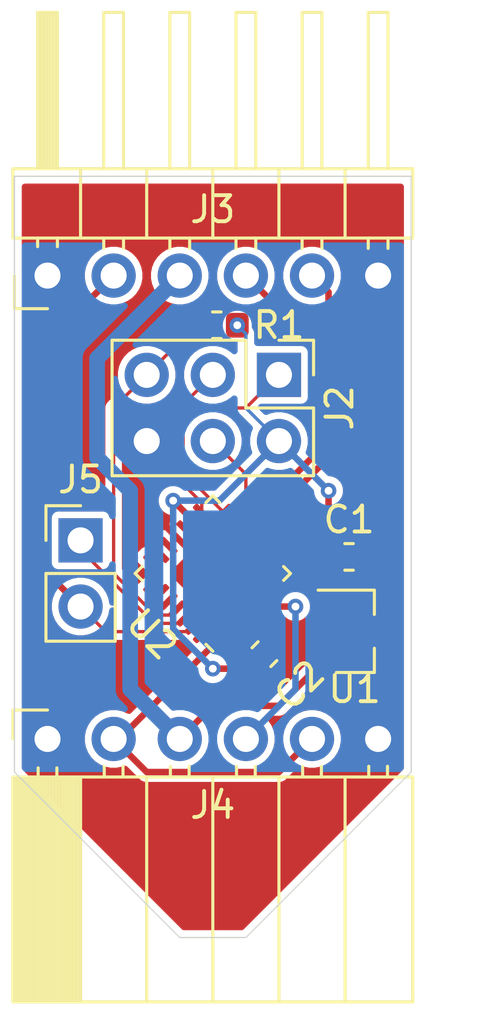
<source format=kicad_pcb>
(kicad_pcb (version 20171130) (host pcbnew "(5.1.5)-3")

  (general
    (thickness 1.6)
    (drawings 6)
    (tracks 82)
    (zones 0)
    (modules 9)
    (nets 28)
  )

  (page A4)
  (layers
    (0 F.Cu signal)
    (31 B.Cu signal)
    (32 B.Adhes user)
    (33 F.Adhes user)
    (34 B.Paste user)
    (35 F.Paste user)
    (36 B.SilkS user)
    (37 F.SilkS user)
    (38 B.Mask user)
    (39 F.Mask user)
    (40 Dwgs.User user)
    (41 Cmts.User user)
    (42 Eco1.User user)
    (43 Eco2.User user)
    (44 Edge.Cuts user)
    (45 Margin user)
    (46 B.CrtYd user)
    (47 F.CrtYd user)
    (48 B.Fab user)
    (49 F.Fab user)
  )

  (setup
    (last_trace_width 0.25)
    (user_trace_width 0.25)
    (user_trace_width 0.6)
    (user_trace_width 1.6)
    (trace_clearance 0.127)
    (zone_clearance 0.254)
    (zone_45_only no)
    (trace_min 0.127)
    (via_size 0.6)
    (via_drill 0.3)
    (via_min_size 0.6)
    (via_min_drill 0.3)
    (uvia_size 0.3)
    (uvia_drill 0.1)
    (uvias_allowed no)
    (uvia_min_size 0.2)
    (uvia_min_drill 0.1)
    (edge_width 0.05)
    (segment_width 0.2)
    (pcb_text_width 0.3)
    (pcb_text_size 1.5 1.5)
    (mod_edge_width 0.12)
    (mod_text_size 1 1)
    (mod_text_width 0.15)
    (pad_size 1.524 1.524)
    (pad_drill 0.762)
    (pad_to_mask_clearance 0.0508)
    (aux_axis_origin 0 0)
    (visible_elements 7FFFFFFF)
    (pcbplotparams
      (layerselection 0x010fc_ffffffff)
      (usegerberextensions true)
      (usegerberattributes true)
      (usegerberadvancedattributes false)
      (creategerberjobfile false)
      (excludeedgelayer true)
      (linewidth 0.100000)
      (plotframeref false)
      (viasonmask false)
      (mode 1)
      (useauxorigin false)
      (hpglpennumber 1)
      (hpglpenspeed 20)
      (hpglpendiameter 15.000000)
      (psnegative false)
      (psa4output false)
      (plotreference true)
      (plotvalue true)
      (plotinvisibletext false)
      (padsonsilk false)
      (subtractmaskfromsilk false)
      (outputformat 1)
      (mirror false)
      (drillshape 0)
      (scaleselection 1)
      (outputdirectory "Gerber/"))
  )

  (net 0 "")
  (net 1 GND)
  (net 2 +5V)
  (net 3 RST)
  (net 4 MOSI)
  (net 5 SCK)
  (net 6 MISO)
  (net 7 +12V)
  (net 8 RXD)
  (net 9 "Net-(U2-Pad28)")
  (net 10 "Net-(U2-Pad24)")
  (net 11 "Net-(U2-Pad23)")
  (net 12 "Net-(U2-Pad22)")
  (net 13 "Net-(U2-Pad21)")
  (net 14 "Net-(U2-Pad20)")
  (net 15 "Net-(U2-Pad19)")
  (net 16 "Net-(U2-Pad17)")
  (net 17 "Net-(U2-Pad10)")
  (net 18 "Net-(U2-Pad9)")
  (net 19 "Net-(U2-Pad8)")
  (net 20 "Net-(U2-Pad7)")
  (net 21 "Net-(U2-Pad5)")
  (net 22 "Net-(U2-Pad2)")
  (net 23 FAN_SEN2)
  (net 24 FAN_PWM)
  (net 25 FAN_SEN1)
  (net 26 PWM_OUT)
  (net 27 PWM_IN)

  (net_class Default 这是默认网络类。
    (clearance 0.127)
    (trace_width 0.127)
    (via_dia 0.6)
    (via_drill 0.3)
    (uvia_dia 0.3)
    (uvia_drill 0.1)
    (add_net +12V)
    (add_net +5V)
    (add_net FAN_PWM)
    (add_net FAN_SEN1)
    (add_net FAN_SEN2)
    (add_net GND)
    (add_net MISO)
    (add_net MOSI)
    (add_net "Net-(U2-Pad10)")
    (add_net "Net-(U2-Pad17)")
    (add_net "Net-(U2-Pad19)")
    (add_net "Net-(U2-Pad2)")
    (add_net "Net-(U2-Pad20)")
    (add_net "Net-(U2-Pad21)")
    (add_net "Net-(U2-Pad22)")
    (add_net "Net-(U2-Pad23)")
    (add_net "Net-(U2-Pad24)")
    (add_net "Net-(U2-Pad28)")
    (add_net "Net-(U2-Pad5)")
    (add_net "Net-(U2-Pad7)")
    (add_net "Net-(U2-Pad8)")
    (add_net "Net-(U2-Pad9)")
    (add_net PWM_IN)
    (add_net PWM_OUT)
    (add_net RST)
    (add_net RXD)
    (add_net SCK)
  )

  (module Package_TO_SOT_SMD:SOT-23 (layer F.Cu) (tedit 5A02FF57) (tstamp 5E73528A)
    (at 157.845 103.82)
    (descr "SOT-23, Standard")
    (tags SOT-23)
    (path /5E736E1A)
    (attr smd)
    (fp_text reference U1 (at 0 2.225) (layer F.SilkS)
      (effects (font (size 1 1) (thickness 0.15)))
    )
    (fp_text value 78L05_SOT23 (at 0 2.5) (layer F.Fab)
      (effects (font (size 1 1) (thickness 0.15)))
    )
    (fp_line (start 0.76 1.58) (end -0.7 1.58) (layer F.SilkS) (width 0.12))
    (fp_line (start 0.76 -1.58) (end -1.4 -1.58) (layer F.SilkS) (width 0.12))
    (fp_line (start -1.7 1.75) (end -1.7 -1.75) (layer F.CrtYd) (width 0.05))
    (fp_line (start 1.7 1.75) (end -1.7 1.75) (layer F.CrtYd) (width 0.05))
    (fp_line (start 1.7 -1.75) (end 1.7 1.75) (layer F.CrtYd) (width 0.05))
    (fp_line (start -1.7 -1.75) (end 1.7 -1.75) (layer F.CrtYd) (width 0.05))
    (fp_line (start 0.76 -1.58) (end 0.76 -0.65) (layer F.SilkS) (width 0.12))
    (fp_line (start 0.76 1.58) (end 0.76 0.65) (layer F.SilkS) (width 0.12))
    (fp_line (start -0.7 1.52) (end 0.7 1.52) (layer F.Fab) (width 0.1))
    (fp_line (start 0.7 -1.52) (end 0.7 1.52) (layer F.Fab) (width 0.1))
    (fp_line (start -0.7 -0.95) (end -0.15 -1.52) (layer F.Fab) (width 0.1))
    (fp_line (start -0.15 -1.52) (end 0.7 -1.52) (layer F.Fab) (width 0.1))
    (fp_line (start -0.7 -0.95) (end -0.7 1.5) (layer F.Fab) (width 0.1))
    (fp_text user %R (at 0 0 90) (layer F.Fab)
      (effects (font (size 0.5 0.5) (thickness 0.075)))
    )
    (pad 3 smd rect (at 1 0) (size 0.9 0.8) (layers F.Cu F.Paste F.Mask)
      (net 1 GND))
    (pad 2 smd rect (at -1 0.95) (size 0.9 0.8) (layers F.Cu F.Paste F.Mask)
      (net 7 +12V))
    (pad 1 smd rect (at -1 -0.95) (size 0.9 0.8) (layers F.Cu F.Paste F.Mask)
      (net 2 +5V))
    (model ${KISYS3DMOD}/Package_TO_SOT_SMD.3dshapes/SOT-23.wrl
      (at (xyz 0 0 0))
      (scale (xyz 1 1 1))
      (rotate (xyz 0 0 0))
    )
  )

  (module Package_DFN_QFN:QFN-28-1EP_4x4mm_P0.45mm_EP2.4x2.4mm locked (layer F.Cu) (tedit 5C1FD453) (tstamp 5E71479F)
    (at 152.4 101.6 135)
    (descr "QFN, 28 Pin (http://ww1.microchip.com/downloads/en/DeviceDoc/8008S.pdf#page=16), generated with kicad-footprint-generator ipc_dfn_qfn_generator.py")
    (tags "QFN DFN_QFN")
    (path /5E70ECDE)
    (attr smd)
    (fp_text reference U2 (at 0 -3.3 135) (layer F.SilkS)
      (effects (font (size 1 1) (thickness 0.15)))
    )
    (fp_text value ATmega328P-MMH (at 0 3.3 135) (layer F.Fab)
      (effects (font (size 1 1) (thickness 0.15)))
    )
    (fp_text user %R (at 0 0 135) (layer F.Fab)
      (effects (font (size 1 1) (thickness 0.15)))
    )
    (fp_line (start 2.6 -2.6) (end -2.6 -2.6) (layer F.CrtYd) (width 0.05))
    (fp_line (start 2.6 2.6) (end 2.6 -2.6) (layer F.CrtYd) (width 0.05))
    (fp_line (start -2.6 2.6) (end 2.6 2.6) (layer F.CrtYd) (width 0.05))
    (fp_line (start -2.6 -2.6) (end -2.6 2.6) (layer F.CrtYd) (width 0.05))
    (fp_line (start -2 -1) (end -1 -2) (layer F.Fab) (width 0.1))
    (fp_line (start -2 2) (end -2 -1) (layer F.Fab) (width 0.1))
    (fp_line (start 2 2) (end -2 2) (layer F.Fab) (width 0.1))
    (fp_line (start 2 -2) (end 2 2) (layer F.Fab) (width 0.1))
    (fp_line (start -1 -2) (end 2 -2) (layer F.Fab) (width 0.1))
    (fp_line (start -1.735 -2.11) (end -2.11 -2.11) (layer F.SilkS) (width 0.12))
    (fp_line (start 2.11 2.11) (end 2.11 1.735) (layer F.SilkS) (width 0.12))
    (fp_line (start 1.735 2.11) (end 2.11 2.11) (layer F.SilkS) (width 0.12))
    (fp_line (start -2.11 2.11) (end -2.11 1.735) (layer F.SilkS) (width 0.12))
    (fp_line (start -1.735 2.11) (end -2.11 2.11) (layer F.SilkS) (width 0.12))
    (fp_line (start 2.11 -2.11) (end 2.11 -1.735) (layer F.SilkS) (width 0.12))
    (fp_line (start 1.735 -2.11) (end 2.11 -2.11) (layer F.SilkS) (width 0.12))
    (pad 28 smd custom (at -1.35 -1.95 135) (size 0.179289 0.179289) (layers F.Cu F.Paste F.Mask)
      (net 9 "Net-(U2-Pad28)")
      (options (clearance outline) (anchor circle))
      (primitives
        (gr_poly (pts
           (xy -0.0625 -0.3375) (xy 0.0625 -0.3375) (xy 0.0625 0.3375) (xy 0.000888 0.3375) (xy -0.0625 0.274112)
) (width 0.125))
      ))
    (pad 27 smd roundrect (at -0.9 -1.95 135) (size 0.25 0.8) (layers F.Cu F.Paste F.Mask) (roundrect_rratio 0.25)
      (net 25 FAN_SEN1))
    (pad 26 smd roundrect (at -0.45 -1.95 135) (size 0.25 0.8) (layers F.Cu F.Paste F.Mask) (roundrect_rratio 0.25)
      (net 8 RXD))
    (pad 25 smd roundrect (at 0 -1.95 135) (size 0.25 0.8) (layers F.Cu F.Paste F.Mask) (roundrect_rratio 0.25)
      (net 3 RST))
    (pad 24 smd roundrect (at 0.45 -1.95 135) (size 0.25 0.8) (layers F.Cu F.Paste F.Mask) (roundrect_rratio 0.25)
      (net 10 "Net-(U2-Pad24)"))
    (pad 23 smd roundrect (at 0.9 -1.95 135) (size 0.25 0.8) (layers F.Cu F.Paste F.Mask) (roundrect_rratio 0.25)
      (net 11 "Net-(U2-Pad23)"))
    (pad 22 smd custom (at 1.35 -1.95 135) (size 0.179289 0.179289) (layers F.Cu F.Paste F.Mask)
      (net 12 "Net-(U2-Pad22)")
      (options (clearance outline) (anchor circle))
      (primitives
        (gr_poly (pts
           (xy -0.0625 -0.3375) (xy 0.0625 -0.3375) (xy 0.0625 0.274112) (xy -0.000888 0.3375) (xy -0.0625 0.3375)
) (width 0.125))
      ))
    (pad 21 smd custom (at 1.95 -1.35 135) (size 0.179289 0.179289) (layers F.Cu F.Paste F.Mask)
      (net 13 "Net-(U2-Pad21)")
      (options (clearance outline) (anchor circle))
      (primitives
        (gr_poly (pts
           (xy -0.3375 0.000888) (xy -0.274112 -0.0625) (xy 0.3375 -0.0625) (xy 0.3375 0.0625) (xy -0.3375 0.0625)
) (width 0.125))
      ))
    (pad 20 smd roundrect (at 1.95 -0.9 135) (size 0.8 0.25) (layers F.Cu F.Paste F.Mask) (roundrect_rratio 0.25)
      (net 14 "Net-(U2-Pad20)"))
    (pad 19 smd roundrect (at 1.95 -0.45 135) (size 0.8 0.25) (layers F.Cu F.Paste F.Mask) (roundrect_rratio 0.25)
      (net 15 "Net-(U2-Pad19)"))
    (pad 18 smd roundrect (at 1.95 0 135) (size 0.8 0.25) (layers F.Cu F.Paste F.Mask) (roundrect_rratio 0.25)
      (net 1 GND))
    (pad 17 smd roundrect (at 1.95 0.45 135) (size 0.8 0.25) (layers F.Cu F.Paste F.Mask) (roundrect_rratio 0.25)
      (net 16 "Net-(U2-Pad17)"))
    (pad 16 smd roundrect (at 1.95 0.9 135) (size 0.8 0.25) (layers F.Cu F.Paste F.Mask) (roundrect_rratio 0.25)
      (net 2 +5V))
    (pad 15 smd custom (at 1.95 1.35 135) (size 0.179289 0.179289) (layers F.Cu F.Paste F.Mask)
      (net 5 SCK)
      (options (clearance outline) (anchor circle))
      (primitives
        (gr_poly (pts
           (xy -0.3375 -0.0625) (xy 0.3375 -0.0625) (xy 0.3375 0.0625) (xy -0.274112 0.0625) (xy -0.3375 -0.000888)
) (width 0.125))
      ))
    (pad 14 smd custom (at 1.35 1.95 135) (size 0.179289 0.179289) (layers F.Cu F.Paste F.Mask)
      (net 6 MISO)
      (options (clearance outline) (anchor circle))
      (primitives
        (gr_poly (pts
           (xy -0.0625 -0.3375) (xy -0.000888 -0.3375) (xy 0.0625 -0.274112) (xy 0.0625 0.3375) (xy -0.0625 0.3375)
) (width 0.125))
      ))
    (pad 13 smd roundrect (at 0.9 1.95 135) (size 0.25 0.8) (layers F.Cu F.Paste F.Mask) (roundrect_rratio 0.25)
      (net 4 MOSI))
    (pad 12 smd roundrect (at 0.45 1.95 135) (size 0.25 0.8) (layers F.Cu F.Paste F.Mask) (roundrect_rratio 0.25)
      (net 24 FAN_PWM))
    (pad 11 smd roundrect (at 0 1.95 135) (size 0.25 0.8) (layers F.Cu F.Paste F.Mask) (roundrect_rratio 0.25)
      (net 23 FAN_SEN2))
    (pad 10 smd roundrect (at -0.45 1.95 135) (size 0.25 0.8) (layers F.Cu F.Paste F.Mask) (roundrect_rratio 0.25)
      (net 17 "Net-(U2-Pad10)"))
    (pad 9 smd roundrect (at -0.9 1.95 135) (size 0.25 0.8) (layers F.Cu F.Paste F.Mask) (roundrect_rratio 0.25)
      (net 18 "Net-(U2-Pad9)"))
    (pad 8 smd custom (at -1.35 1.95 135) (size 0.179289 0.179289) (layers F.Cu F.Paste F.Mask)
      (net 19 "Net-(U2-Pad8)")
      (options (clearance outline) (anchor circle))
      (primitives
        (gr_poly (pts
           (xy -0.0625 -0.274112) (xy 0.000888 -0.3375) (xy 0.0625 -0.3375) (xy 0.0625 0.3375) (xy -0.0625 0.3375)
) (width 0.125))
      ))
    (pad 7 smd custom (at -1.95 1.35 135) (size 0.179289 0.179289) (layers F.Cu F.Paste F.Mask)
      (net 20 "Net-(U2-Pad7)")
      (options (clearance outline) (anchor circle))
      (primitives
        (gr_poly (pts
           (xy -0.3375 -0.0625) (xy 0.3375 -0.0625) (xy 0.3375 -0.000888) (xy 0.274112 0.0625) (xy -0.3375 0.0625)
) (width 0.125))
      ))
    (pad 6 smd roundrect (at -1.95 0.9 135) (size 0.8 0.25) (layers F.Cu F.Paste F.Mask) (roundrect_rratio 0.25)
      (net 27 PWM_IN))
    (pad 5 smd roundrect (at -1.95 0.45 135) (size 0.8 0.25) (layers F.Cu F.Paste F.Mask) (roundrect_rratio 0.25)
      (net 21 "Net-(U2-Pad5)"))
    (pad 4 smd roundrect (at -1.95 0 135) (size 0.8 0.25) (layers F.Cu F.Paste F.Mask) (roundrect_rratio 0.25)
      (net 1 GND))
    (pad 3 smd roundrect (at -1.95 -0.45 135) (size 0.8 0.25) (layers F.Cu F.Paste F.Mask) (roundrect_rratio 0.25)
      (net 2 +5V))
    (pad 2 smd roundrect (at -1.95 -0.9 135) (size 0.8 0.25) (layers F.Cu F.Paste F.Mask) (roundrect_rratio 0.25)
      (net 22 "Net-(U2-Pad2)"))
    (pad 1 smd custom (at -1.95 -1.35 135) (size 0.179289 0.179289) (layers F.Cu F.Paste F.Mask)
      (net 26 PWM_OUT)
      (options (clearance outline) (anchor circle))
      (primitives
        (gr_poly (pts
           (xy -0.3375 -0.0625) (xy 0.274112 -0.0625) (xy 0.3375 0.000888) (xy 0.3375 0.0625) (xy -0.3375 0.0625)
) (width 0.125))
      ))
    (pad "" smd roundrect (at 0.6 0.6 135) (size 0.97 0.97) (layers F.Paste) (roundrect_rratio 0.25))
    (pad "" smd roundrect (at 0.6 -0.6 135) (size 0.97 0.97) (layers F.Paste) (roundrect_rratio 0.25))
    (pad "" smd roundrect (at -0.6 0.6 135) (size 0.97 0.97) (layers F.Paste) (roundrect_rratio 0.25))
    (pad "" smd roundrect (at -0.6 -0.6 135) (size 0.97 0.97) (layers F.Paste) (roundrect_rratio 0.25))
    (pad 29 smd roundrect (at 0 0 135) (size 2.4 2.4) (layers F.Cu F.Mask) (roundrect_rratio 0.104167)
      (net 1 GND))
    (model ${KISYS3DMOD}/Package_DFN_QFN.3dshapes/QFN-28-1EP_4x4mm_P0.45mm_EP2.4x2.4mm.wrl
      (at (xyz 0 0 0))
      (scale (xyz 1 1 1))
      (rotate (xyz 0 0 0))
    )
  )

  (module Resistor_SMD:R_0603_1608Metric (layer F.Cu) (tedit 5B301BBD) (tstamp 5E714754)
    (at 152.5525 92.075 180)
    (descr "Resistor SMD 0603 (1608 Metric), square (rectangular) end terminal, IPC_7351 nominal, (Body size source: http://www.tortai-tech.com/upload/download/2011102023233369053.pdf), generated with kicad-footprint-generator")
    (tags resistor)
    (path /5E727D90)
    (attr smd)
    (fp_text reference R1 (at -2.3875 0) (layer F.SilkS)
      (effects (font (size 1 1) (thickness 0.15)))
    )
    (fp_text value 10K (at 0 1.43) (layer F.Fab)
      (effects (font (size 1 1) (thickness 0.15)))
    )
    (fp_text user %R (at 0 0) (layer F.Fab)
      (effects (font (size 0.4 0.4) (thickness 0.06)))
    )
    (fp_line (start 1.48 0.73) (end -1.48 0.73) (layer F.CrtYd) (width 0.05))
    (fp_line (start 1.48 -0.73) (end 1.48 0.73) (layer F.CrtYd) (width 0.05))
    (fp_line (start -1.48 -0.73) (end 1.48 -0.73) (layer F.CrtYd) (width 0.05))
    (fp_line (start -1.48 0.73) (end -1.48 -0.73) (layer F.CrtYd) (width 0.05))
    (fp_line (start -0.162779 0.51) (end 0.162779 0.51) (layer F.SilkS) (width 0.12))
    (fp_line (start -0.162779 -0.51) (end 0.162779 -0.51) (layer F.SilkS) (width 0.12))
    (fp_line (start 0.8 0.4) (end -0.8 0.4) (layer F.Fab) (width 0.1))
    (fp_line (start 0.8 -0.4) (end 0.8 0.4) (layer F.Fab) (width 0.1))
    (fp_line (start -0.8 -0.4) (end 0.8 -0.4) (layer F.Fab) (width 0.1))
    (fp_line (start -0.8 0.4) (end -0.8 -0.4) (layer F.Fab) (width 0.1))
    (pad 2 smd roundrect (at 0.7875 0 180) (size 0.875 0.95) (layers F.Cu F.Paste F.Mask) (roundrect_rratio 0.25)
      (net 3 RST))
    (pad 1 smd roundrect (at -0.7875 0 180) (size 0.875 0.95) (layers F.Cu F.Paste F.Mask) (roundrect_rratio 0.25)
      (net 2 +5V))
    (model ${KISYS3DMOD}/Resistor_SMD.3dshapes/R_0603_1608Metric.wrl
      (at (xyz 0 0 0))
      (scale (xyz 1 1 1))
      (rotate (xyz 0 0 0))
    )
  )

  (module Connector_PinHeader_2.54mm:PinHeader_1x02_P2.54mm_Vertical (layer F.Cu) (tedit 59FED5CC) (tstamp 5E714743)
    (at 147.32 100.33)
    (descr "Through hole straight pin header, 1x02, 2.54mm pitch, single row")
    (tags "Through hole pin header THT 1x02 2.54mm single row")
    (path /5E725126)
    (fp_text reference J5 (at 0 -2.33) (layer F.SilkS)
      (effects (font (size 1 1) (thickness 0.15)))
    )
    (fp_text value UART (at 0 4.87) (layer F.Fab)
      (effects (font (size 1 1) (thickness 0.15)))
    )
    (fp_text user %R (at 0 1.27 90) (layer F.Fab)
      (effects (font (size 1 1) (thickness 0.15)))
    )
    (fp_line (start 1.8 -1.8) (end -1.8 -1.8) (layer F.CrtYd) (width 0.05))
    (fp_line (start 1.8 4.35) (end 1.8 -1.8) (layer F.CrtYd) (width 0.05))
    (fp_line (start -1.8 4.35) (end 1.8 4.35) (layer F.CrtYd) (width 0.05))
    (fp_line (start -1.8 -1.8) (end -1.8 4.35) (layer F.CrtYd) (width 0.05))
    (fp_line (start -1.33 -1.33) (end 0 -1.33) (layer F.SilkS) (width 0.12))
    (fp_line (start -1.33 0) (end -1.33 -1.33) (layer F.SilkS) (width 0.12))
    (fp_line (start -1.33 1.27) (end 1.33 1.27) (layer F.SilkS) (width 0.12))
    (fp_line (start 1.33 1.27) (end 1.33 3.87) (layer F.SilkS) (width 0.12))
    (fp_line (start -1.33 1.27) (end -1.33 3.87) (layer F.SilkS) (width 0.12))
    (fp_line (start -1.33 3.87) (end 1.33 3.87) (layer F.SilkS) (width 0.12))
    (fp_line (start -1.27 -0.635) (end -0.635 -1.27) (layer F.Fab) (width 0.1))
    (fp_line (start -1.27 3.81) (end -1.27 -0.635) (layer F.Fab) (width 0.1))
    (fp_line (start 1.27 3.81) (end -1.27 3.81) (layer F.Fab) (width 0.1))
    (fp_line (start 1.27 -1.27) (end 1.27 3.81) (layer F.Fab) (width 0.1))
    (fp_line (start -0.635 -1.27) (end 1.27 -1.27) (layer F.Fab) (width 0.1))
    (pad 2 thru_hole oval (at 0 2.54) (size 1.7 1.7) (drill 1) (layers *.Cu *.Mask)
      (net 25 FAN_SEN1))
    (pad 1 thru_hole rect (at 0 0) (size 1.7 1.7) (drill 1) (layers *.Cu *.Mask)
      (net 8 RXD))
    (model ${KISYS3DMOD}/Connector_PinHeader_2.54mm.3dshapes/PinHeader_1x02_P2.54mm_Vertical.wrl
      (at (xyz 0 0 0))
      (scale (xyz 1 1 1))
      (rotate (xyz 0 0 0))
    )
  )

  (module Connector_PinSocket_2.54mm:PinSocket_1x06_P2.54mm_Horizontal locked (layer F.Cu) (tedit 5A19A42D) (tstamp 5E71472D)
    (at 146.05 107.95 90)
    (descr "Through hole angled socket strip, 1x06, 2.54mm pitch, 8.51mm socket length, single row (from Kicad 4.0.7), script generated")
    (tags "Through hole angled socket strip THT 1x06 2.54mm single row")
    (path /5E72D57B)
    (fp_text reference J4 (at -2.54 6.35 180) (layer F.SilkS)
      (effects (font (size 1 1) (thickness 0.15)))
    )
    (fp_text value Conn_RH2288_V2 (at -4.38 15.47 90) (layer F.Fab)
      (effects (font (size 1 1) (thickness 0.15)))
    )
    (fp_text user %R (at -5.775 6.35) (layer F.Fab)
      (effects (font (size 1 1) (thickness 0.15)))
    )
    (fp_line (start 1.75 14.45) (end 1.75 -1.8) (layer F.CrtYd) (width 0.05))
    (fp_line (start -10.55 14.45) (end 1.75 14.45) (layer F.CrtYd) (width 0.05))
    (fp_line (start -10.55 -1.8) (end -10.55 14.45) (layer F.CrtYd) (width 0.05))
    (fp_line (start 1.75 -1.8) (end -10.55 -1.8) (layer F.CrtYd) (width 0.05))
    (fp_line (start 0 -1.33) (end 1.11 -1.33) (layer F.SilkS) (width 0.12))
    (fp_line (start 1.11 -1.33) (end 1.11 0) (layer F.SilkS) (width 0.12))
    (fp_line (start -10.09 -1.33) (end -10.09 14.03) (layer F.SilkS) (width 0.12))
    (fp_line (start -10.09 14.03) (end -1.46 14.03) (layer F.SilkS) (width 0.12))
    (fp_line (start -1.46 -1.33) (end -1.46 14.03) (layer F.SilkS) (width 0.12))
    (fp_line (start -10.09 -1.33) (end -1.46 -1.33) (layer F.SilkS) (width 0.12))
    (fp_line (start -10.09 11.43) (end -1.46 11.43) (layer F.SilkS) (width 0.12))
    (fp_line (start -10.09 8.89) (end -1.46 8.89) (layer F.SilkS) (width 0.12))
    (fp_line (start -10.09 6.35) (end -1.46 6.35) (layer F.SilkS) (width 0.12))
    (fp_line (start -10.09 3.81) (end -1.46 3.81) (layer F.SilkS) (width 0.12))
    (fp_line (start -10.09 1.27) (end -1.46 1.27) (layer F.SilkS) (width 0.12))
    (fp_line (start -1.46 13.06) (end -1.05 13.06) (layer F.SilkS) (width 0.12))
    (fp_line (start -1.46 12.34) (end -1.05 12.34) (layer F.SilkS) (width 0.12))
    (fp_line (start -1.46 10.52) (end -1.05 10.52) (layer F.SilkS) (width 0.12))
    (fp_line (start -1.46 9.8) (end -1.05 9.8) (layer F.SilkS) (width 0.12))
    (fp_line (start -1.46 7.98) (end -1.05 7.98) (layer F.SilkS) (width 0.12))
    (fp_line (start -1.46 7.26) (end -1.05 7.26) (layer F.SilkS) (width 0.12))
    (fp_line (start -1.46 5.44) (end -1.05 5.44) (layer F.SilkS) (width 0.12))
    (fp_line (start -1.46 4.72) (end -1.05 4.72) (layer F.SilkS) (width 0.12))
    (fp_line (start -1.46 2.9) (end -1.05 2.9) (layer F.SilkS) (width 0.12))
    (fp_line (start -1.46 2.18) (end -1.05 2.18) (layer F.SilkS) (width 0.12))
    (fp_line (start -1.46 0.36) (end -1.11 0.36) (layer F.SilkS) (width 0.12))
    (fp_line (start -1.46 -0.36) (end -1.11 -0.36) (layer F.SilkS) (width 0.12))
    (fp_line (start -10.09 1.1519) (end -1.46 1.1519) (layer F.SilkS) (width 0.12))
    (fp_line (start -10.09 1.033805) (end -1.46 1.033805) (layer F.SilkS) (width 0.12))
    (fp_line (start -10.09 0.91571) (end -1.46 0.91571) (layer F.SilkS) (width 0.12))
    (fp_line (start -10.09 0.797615) (end -1.46 0.797615) (layer F.SilkS) (width 0.12))
    (fp_line (start -10.09 0.67952) (end -1.46 0.67952) (layer F.SilkS) (width 0.12))
    (fp_line (start -10.09 0.561425) (end -1.46 0.561425) (layer F.SilkS) (width 0.12))
    (fp_line (start -10.09 0.44333) (end -1.46 0.44333) (layer F.SilkS) (width 0.12))
    (fp_line (start -10.09 0.325235) (end -1.46 0.325235) (layer F.SilkS) (width 0.12))
    (fp_line (start -10.09 0.20714) (end -1.46 0.20714) (layer F.SilkS) (width 0.12))
    (fp_line (start -10.09 0.089045) (end -1.46 0.089045) (layer F.SilkS) (width 0.12))
    (fp_line (start -10.09 -0.02905) (end -1.46 -0.02905) (layer F.SilkS) (width 0.12))
    (fp_line (start -10.09 -0.147145) (end -1.46 -0.147145) (layer F.SilkS) (width 0.12))
    (fp_line (start -10.09 -0.26524) (end -1.46 -0.26524) (layer F.SilkS) (width 0.12))
    (fp_line (start -10.09 -0.383335) (end -1.46 -0.383335) (layer F.SilkS) (width 0.12))
    (fp_line (start -10.09 -0.50143) (end -1.46 -0.50143) (layer F.SilkS) (width 0.12))
    (fp_line (start -10.09 -0.619525) (end -1.46 -0.619525) (layer F.SilkS) (width 0.12))
    (fp_line (start -10.09 -0.73762) (end -1.46 -0.73762) (layer F.SilkS) (width 0.12))
    (fp_line (start -10.09 -0.855715) (end -1.46 -0.855715) (layer F.SilkS) (width 0.12))
    (fp_line (start -10.09 -0.97381) (end -1.46 -0.97381) (layer F.SilkS) (width 0.12))
    (fp_line (start -10.09 -1.091905) (end -1.46 -1.091905) (layer F.SilkS) (width 0.12))
    (fp_line (start -10.09 -1.21) (end -1.46 -1.21) (layer F.SilkS) (width 0.12))
    (fp_line (start 0 13) (end 0 12.4) (layer F.Fab) (width 0.1))
    (fp_line (start -1.52 13) (end 0 13) (layer F.Fab) (width 0.1))
    (fp_line (start 0 12.4) (end -1.52 12.4) (layer F.Fab) (width 0.1))
    (fp_line (start 0 10.46) (end 0 9.86) (layer F.Fab) (width 0.1))
    (fp_line (start -1.52 10.46) (end 0 10.46) (layer F.Fab) (width 0.1))
    (fp_line (start 0 9.86) (end -1.52 9.86) (layer F.Fab) (width 0.1))
    (fp_line (start 0 7.92) (end 0 7.32) (layer F.Fab) (width 0.1))
    (fp_line (start -1.52 7.92) (end 0 7.92) (layer F.Fab) (width 0.1))
    (fp_line (start 0 7.32) (end -1.52 7.32) (layer F.Fab) (width 0.1))
    (fp_line (start 0 5.38) (end 0 4.78) (layer F.Fab) (width 0.1))
    (fp_line (start -1.52 5.38) (end 0 5.38) (layer F.Fab) (width 0.1))
    (fp_line (start 0 4.78) (end -1.52 4.78) (layer F.Fab) (width 0.1))
    (fp_line (start 0 2.84) (end 0 2.24) (layer F.Fab) (width 0.1))
    (fp_line (start -1.52 2.84) (end 0 2.84) (layer F.Fab) (width 0.1))
    (fp_line (start 0 2.24) (end -1.52 2.24) (layer F.Fab) (width 0.1))
    (fp_line (start 0 0.3) (end 0 -0.3) (layer F.Fab) (width 0.1))
    (fp_line (start -1.52 0.3) (end 0 0.3) (layer F.Fab) (width 0.1))
    (fp_line (start 0 -0.3) (end -1.52 -0.3) (layer F.Fab) (width 0.1))
    (fp_line (start -10.03 13.97) (end -10.03 -1.27) (layer F.Fab) (width 0.1))
    (fp_line (start -1.52 13.97) (end -10.03 13.97) (layer F.Fab) (width 0.1))
    (fp_line (start -1.52 -0.3) (end -1.52 13.97) (layer F.Fab) (width 0.1))
    (fp_line (start -2.49 -1.27) (end -1.52 -0.3) (layer F.Fab) (width 0.1))
    (fp_line (start -10.03 -1.27) (end -2.49 -1.27) (layer F.Fab) (width 0.1))
    (pad 6 thru_hole oval (at 0 12.7 90) (size 1.7 1.7) (drill 1) (layers *.Cu *.Mask)
      (net 1 GND))
    (pad 5 thru_hole oval (at 0 10.16 90) (size 1.7 1.7) (drill 1) (layers *.Cu *.Mask)
      (net 26 PWM_OUT))
    (pad 4 thru_hole oval (at 0 7.62 90) (size 1.7 1.7) (drill 1) (layers *.Cu *.Mask)
      (net 27 PWM_IN))
    (pad 3 thru_hole oval (at 0 5.08 90) (size 1.7 1.7) (drill 1) (layers *.Cu *.Mask)
      (net 7 +12V))
    (pad 2 thru_hole oval (at 0 2.54 90) (size 1.7 1.7) (drill 1) (layers *.Cu *.Mask)
      (net 26 PWM_OUT))
    (pad 1 thru_hole rect (at 0 0 90) (size 1.7 1.7) (drill 1) (layers *.Cu *.Mask)
      (net 1 GND))
    (model ${KISYS3DMOD}/Connector_PinSocket_2.54mm.3dshapes/PinSocket_1x06_P2.54mm_Horizontal.wrl
      (at (xyz 0 0 0))
      (scale (xyz 1 1 1))
      (rotate (xyz 0 0 0))
    )
  )

  (module Connector_PinHeader_2.54mm:PinHeader_1x06_P2.54mm_Horizontal (layer F.Cu) (tedit 59FED5CB) (tstamp 5E7146DB)
    (at 146.05 90.17 90)
    (descr "Through hole angled pin header, 1x06, 2.54mm pitch, 6mm pin length, single row")
    (tags "Through hole angled pin header THT 1x06 2.54mm single row")
    (path /5E72F58C)
    (fp_text reference J3 (at 2.54 6.35 180) (layer F.SilkS)
      (effects (font (size 1 1) (thickness 0.15)))
    )
    (fp_text value Conn_FANs (at 4.385 14.97 90) (layer F.Fab)
      (effects (font (size 1 1) (thickness 0.15)))
    )
    (fp_text user %R (at 2.77 6.35) (layer F.Fab)
      (effects (font (size 1 1) (thickness 0.15)))
    )
    (fp_line (start 10.55 -1.8) (end -1.8 -1.8) (layer F.CrtYd) (width 0.05))
    (fp_line (start 10.55 14.5) (end 10.55 -1.8) (layer F.CrtYd) (width 0.05))
    (fp_line (start -1.8 14.5) (end 10.55 14.5) (layer F.CrtYd) (width 0.05))
    (fp_line (start -1.8 -1.8) (end -1.8 14.5) (layer F.CrtYd) (width 0.05))
    (fp_line (start -1.27 -1.27) (end 0 -1.27) (layer F.SilkS) (width 0.12))
    (fp_line (start -1.27 0) (end -1.27 -1.27) (layer F.SilkS) (width 0.12))
    (fp_line (start 1.042929 13.08) (end 1.44 13.08) (layer F.SilkS) (width 0.12))
    (fp_line (start 1.042929 12.32) (end 1.44 12.32) (layer F.SilkS) (width 0.12))
    (fp_line (start 10.1 13.08) (end 4.1 13.08) (layer F.SilkS) (width 0.12))
    (fp_line (start 10.1 12.32) (end 10.1 13.08) (layer F.SilkS) (width 0.12))
    (fp_line (start 4.1 12.32) (end 10.1 12.32) (layer F.SilkS) (width 0.12))
    (fp_line (start 1.44 11.43) (end 4.1 11.43) (layer F.SilkS) (width 0.12))
    (fp_line (start 1.042929 10.54) (end 1.44 10.54) (layer F.SilkS) (width 0.12))
    (fp_line (start 1.042929 9.78) (end 1.44 9.78) (layer F.SilkS) (width 0.12))
    (fp_line (start 10.1 10.54) (end 4.1 10.54) (layer F.SilkS) (width 0.12))
    (fp_line (start 10.1 9.78) (end 10.1 10.54) (layer F.SilkS) (width 0.12))
    (fp_line (start 4.1 9.78) (end 10.1 9.78) (layer F.SilkS) (width 0.12))
    (fp_line (start 1.44 8.89) (end 4.1 8.89) (layer F.SilkS) (width 0.12))
    (fp_line (start 1.042929 8) (end 1.44 8) (layer F.SilkS) (width 0.12))
    (fp_line (start 1.042929 7.24) (end 1.44 7.24) (layer F.SilkS) (width 0.12))
    (fp_line (start 10.1 8) (end 4.1 8) (layer F.SilkS) (width 0.12))
    (fp_line (start 10.1 7.24) (end 10.1 8) (layer F.SilkS) (width 0.12))
    (fp_line (start 4.1 7.24) (end 10.1 7.24) (layer F.SilkS) (width 0.12))
    (fp_line (start 1.44 6.35) (end 4.1 6.35) (layer F.SilkS) (width 0.12))
    (fp_line (start 1.042929 5.46) (end 1.44 5.46) (layer F.SilkS) (width 0.12))
    (fp_line (start 1.042929 4.7) (end 1.44 4.7) (layer F.SilkS) (width 0.12))
    (fp_line (start 10.1 5.46) (end 4.1 5.46) (layer F.SilkS) (width 0.12))
    (fp_line (start 10.1 4.7) (end 10.1 5.46) (layer F.SilkS) (width 0.12))
    (fp_line (start 4.1 4.7) (end 10.1 4.7) (layer F.SilkS) (width 0.12))
    (fp_line (start 1.44 3.81) (end 4.1 3.81) (layer F.SilkS) (width 0.12))
    (fp_line (start 1.042929 2.92) (end 1.44 2.92) (layer F.SilkS) (width 0.12))
    (fp_line (start 1.042929 2.16) (end 1.44 2.16) (layer F.SilkS) (width 0.12))
    (fp_line (start 10.1 2.92) (end 4.1 2.92) (layer F.SilkS) (width 0.12))
    (fp_line (start 10.1 2.16) (end 10.1 2.92) (layer F.SilkS) (width 0.12))
    (fp_line (start 4.1 2.16) (end 10.1 2.16) (layer F.SilkS) (width 0.12))
    (fp_line (start 1.44 1.27) (end 4.1 1.27) (layer F.SilkS) (width 0.12))
    (fp_line (start 1.11 0.38) (end 1.44 0.38) (layer F.SilkS) (width 0.12))
    (fp_line (start 1.11 -0.38) (end 1.44 -0.38) (layer F.SilkS) (width 0.12))
    (fp_line (start 4.1 0.28) (end 10.1 0.28) (layer F.SilkS) (width 0.12))
    (fp_line (start 4.1 0.16) (end 10.1 0.16) (layer F.SilkS) (width 0.12))
    (fp_line (start 4.1 0.04) (end 10.1 0.04) (layer F.SilkS) (width 0.12))
    (fp_line (start 4.1 -0.08) (end 10.1 -0.08) (layer F.SilkS) (width 0.12))
    (fp_line (start 4.1 -0.2) (end 10.1 -0.2) (layer F.SilkS) (width 0.12))
    (fp_line (start 4.1 -0.32) (end 10.1 -0.32) (layer F.SilkS) (width 0.12))
    (fp_line (start 10.1 0.38) (end 4.1 0.38) (layer F.SilkS) (width 0.12))
    (fp_line (start 10.1 -0.38) (end 10.1 0.38) (layer F.SilkS) (width 0.12))
    (fp_line (start 4.1 -0.38) (end 10.1 -0.38) (layer F.SilkS) (width 0.12))
    (fp_line (start 4.1 -1.33) (end 1.44 -1.33) (layer F.SilkS) (width 0.12))
    (fp_line (start 4.1 14.03) (end 4.1 -1.33) (layer F.SilkS) (width 0.12))
    (fp_line (start 1.44 14.03) (end 4.1 14.03) (layer F.SilkS) (width 0.12))
    (fp_line (start 1.44 -1.33) (end 1.44 14.03) (layer F.SilkS) (width 0.12))
    (fp_line (start 4.04 13.02) (end 10.04 13.02) (layer F.Fab) (width 0.1))
    (fp_line (start 10.04 12.38) (end 10.04 13.02) (layer F.Fab) (width 0.1))
    (fp_line (start 4.04 12.38) (end 10.04 12.38) (layer F.Fab) (width 0.1))
    (fp_line (start -0.32 13.02) (end 1.5 13.02) (layer F.Fab) (width 0.1))
    (fp_line (start -0.32 12.38) (end -0.32 13.02) (layer F.Fab) (width 0.1))
    (fp_line (start -0.32 12.38) (end 1.5 12.38) (layer F.Fab) (width 0.1))
    (fp_line (start 4.04 10.48) (end 10.04 10.48) (layer F.Fab) (width 0.1))
    (fp_line (start 10.04 9.84) (end 10.04 10.48) (layer F.Fab) (width 0.1))
    (fp_line (start 4.04 9.84) (end 10.04 9.84) (layer F.Fab) (width 0.1))
    (fp_line (start -0.32 10.48) (end 1.5 10.48) (layer F.Fab) (width 0.1))
    (fp_line (start -0.32 9.84) (end -0.32 10.48) (layer F.Fab) (width 0.1))
    (fp_line (start -0.32 9.84) (end 1.5 9.84) (layer F.Fab) (width 0.1))
    (fp_line (start 4.04 7.94) (end 10.04 7.94) (layer F.Fab) (width 0.1))
    (fp_line (start 10.04 7.3) (end 10.04 7.94) (layer F.Fab) (width 0.1))
    (fp_line (start 4.04 7.3) (end 10.04 7.3) (layer F.Fab) (width 0.1))
    (fp_line (start -0.32 7.94) (end 1.5 7.94) (layer F.Fab) (width 0.1))
    (fp_line (start -0.32 7.3) (end -0.32 7.94) (layer F.Fab) (width 0.1))
    (fp_line (start -0.32 7.3) (end 1.5 7.3) (layer F.Fab) (width 0.1))
    (fp_line (start 4.04 5.4) (end 10.04 5.4) (layer F.Fab) (width 0.1))
    (fp_line (start 10.04 4.76) (end 10.04 5.4) (layer F.Fab) (width 0.1))
    (fp_line (start 4.04 4.76) (end 10.04 4.76) (layer F.Fab) (width 0.1))
    (fp_line (start -0.32 5.4) (end 1.5 5.4) (layer F.Fab) (width 0.1))
    (fp_line (start -0.32 4.76) (end -0.32 5.4) (layer F.Fab) (width 0.1))
    (fp_line (start -0.32 4.76) (end 1.5 4.76) (layer F.Fab) (width 0.1))
    (fp_line (start 4.04 2.86) (end 10.04 2.86) (layer F.Fab) (width 0.1))
    (fp_line (start 10.04 2.22) (end 10.04 2.86) (layer F.Fab) (width 0.1))
    (fp_line (start 4.04 2.22) (end 10.04 2.22) (layer F.Fab) (width 0.1))
    (fp_line (start -0.32 2.86) (end 1.5 2.86) (layer F.Fab) (width 0.1))
    (fp_line (start -0.32 2.22) (end -0.32 2.86) (layer F.Fab) (width 0.1))
    (fp_line (start -0.32 2.22) (end 1.5 2.22) (layer F.Fab) (width 0.1))
    (fp_line (start 4.04 0.32) (end 10.04 0.32) (layer F.Fab) (width 0.1))
    (fp_line (start 10.04 -0.32) (end 10.04 0.32) (layer F.Fab) (width 0.1))
    (fp_line (start 4.04 -0.32) (end 10.04 -0.32) (layer F.Fab) (width 0.1))
    (fp_line (start -0.32 0.32) (end 1.5 0.32) (layer F.Fab) (width 0.1))
    (fp_line (start -0.32 -0.32) (end -0.32 0.32) (layer F.Fab) (width 0.1))
    (fp_line (start -0.32 -0.32) (end 1.5 -0.32) (layer F.Fab) (width 0.1))
    (fp_line (start 1.5 -0.635) (end 2.135 -1.27) (layer F.Fab) (width 0.1))
    (fp_line (start 1.5 13.97) (end 1.5 -0.635) (layer F.Fab) (width 0.1))
    (fp_line (start 4.04 13.97) (end 1.5 13.97) (layer F.Fab) (width 0.1))
    (fp_line (start 4.04 -1.27) (end 4.04 13.97) (layer F.Fab) (width 0.1))
    (fp_line (start 2.135 -1.27) (end 4.04 -1.27) (layer F.Fab) (width 0.1))
    (pad 6 thru_hole oval (at 0 12.7 90) (size 1.7 1.7) (drill 1) (layers *.Cu *.Mask)
      (net 1 GND))
    (pad 5 thru_hole oval (at 0 10.16 90) (size 1.7 1.7) (drill 1) (layers *.Cu *.Mask)
      (net 23 FAN_SEN2))
    (pad 4 thru_hole oval (at 0 7.62 90) (size 1.7 1.7) (drill 1) (layers *.Cu *.Mask)
      (net 24 FAN_PWM))
    (pad 3 thru_hole oval (at 0 5.08 90) (size 1.7 1.7) (drill 1) (layers *.Cu *.Mask)
      (net 7 +12V))
    (pad 2 thru_hole oval (at 0 2.54 90) (size 1.7 1.7) (drill 1) (layers *.Cu *.Mask)
      (net 25 FAN_SEN1))
    (pad 1 thru_hole rect (at 0 0 90) (size 1.7 1.7) (drill 1) (layers *.Cu *.Mask)
      (net 1 GND))
    (model ${KISYS3DMOD}/Connector_PinHeader_2.54mm.3dshapes/PinHeader_1x06_P2.54mm_Horizontal.wrl
      (at (xyz 0 0 0))
      (scale (xyz 1 1 1))
      (rotate (xyz 0 0 0))
    )
  )

  (module Connector_PinHeader_2.54mm:PinHeader_2x03_P2.54mm_Vertical (layer F.Cu) (tedit 59FED5CC) (tstamp 5E714674)
    (at 154.94 93.98 270)
    (descr "Through hole straight pin header, 2x03, 2.54mm pitch, double rows")
    (tags "Through hole pin header THT 2x03 2.54mm double row")
    (path /5E71CA26)
    (fp_text reference J2 (at 1.27 -2.33 90) (layer F.SilkS)
      (effects (font (size 1 1) (thickness 0.15)))
    )
    (fp_text value AVR_ICSP (at 1.27 7.41 90) (layer F.Fab)
      (effects (font (size 1 1) (thickness 0.15)))
    )
    (fp_text user %R (at 1.27 2.54) (layer F.Fab)
      (effects (font (size 1 1) (thickness 0.15)))
    )
    (fp_line (start 4.35 -1.8) (end -1.8 -1.8) (layer F.CrtYd) (width 0.05))
    (fp_line (start 4.35 6.85) (end 4.35 -1.8) (layer F.CrtYd) (width 0.05))
    (fp_line (start -1.8 6.85) (end 4.35 6.85) (layer F.CrtYd) (width 0.05))
    (fp_line (start -1.8 -1.8) (end -1.8 6.85) (layer F.CrtYd) (width 0.05))
    (fp_line (start -1.33 -1.33) (end 0 -1.33) (layer F.SilkS) (width 0.12))
    (fp_line (start -1.33 0) (end -1.33 -1.33) (layer F.SilkS) (width 0.12))
    (fp_line (start 1.27 -1.33) (end 3.87 -1.33) (layer F.SilkS) (width 0.12))
    (fp_line (start 1.27 1.27) (end 1.27 -1.33) (layer F.SilkS) (width 0.12))
    (fp_line (start -1.33 1.27) (end 1.27 1.27) (layer F.SilkS) (width 0.12))
    (fp_line (start 3.87 -1.33) (end 3.87 6.41) (layer F.SilkS) (width 0.12))
    (fp_line (start -1.33 1.27) (end -1.33 6.41) (layer F.SilkS) (width 0.12))
    (fp_line (start -1.33 6.41) (end 3.87 6.41) (layer F.SilkS) (width 0.12))
    (fp_line (start -1.27 0) (end 0 -1.27) (layer F.Fab) (width 0.1))
    (fp_line (start -1.27 6.35) (end -1.27 0) (layer F.Fab) (width 0.1))
    (fp_line (start 3.81 6.35) (end -1.27 6.35) (layer F.Fab) (width 0.1))
    (fp_line (start 3.81 -1.27) (end 3.81 6.35) (layer F.Fab) (width 0.1))
    (fp_line (start 0 -1.27) (end 3.81 -1.27) (layer F.Fab) (width 0.1))
    (pad 6 thru_hole oval (at 2.54 5.08 270) (size 1.7 1.7) (drill 1) (layers *.Cu *.Mask)
      (net 1 GND))
    (pad 5 thru_hole oval (at 0 5.08 270) (size 1.7 1.7) (drill 1) (layers *.Cu *.Mask)
      (net 3 RST))
    (pad 4 thru_hole oval (at 2.54 2.54 270) (size 1.7 1.7) (drill 1) (layers *.Cu *.Mask)
      (net 4 MOSI))
    (pad 3 thru_hole oval (at 0 2.54 270) (size 1.7 1.7) (drill 1) (layers *.Cu *.Mask)
      (net 5 SCK))
    (pad 2 thru_hole oval (at 2.54 0 270) (size 1.7 1.7) (drill 1) (layers *.Cu *.Mask)
      (net 2 +5V))
    (pad 1 thru_hole rect (at 0 0 270) (size 1.7 1.7) (drill 1) (layers *.Cu *.Mask)
      (net 6 MISO))
    (model ${KISYS3DMOD}/Connector_PinHeader_2.54mm.3dshapes/PinHeader_2x03_P2.54mm_Vertical.wrl
      (at (xyz 0 0 0))
      (scale (xyz 1 1 1))
      (rotate (xyz 0 0 0))
    )
  )

  (module Capacitor_SMD:C_0603_1608Metric (layer F.Cu) (tedit 5B301BBE) (tstamp 5E714643)
    (at 154.383153 104.696847 45)
    (descr "Capacitor SMD 0603 (1608 Metric), square (rectangular) end terminal, IPC_7351 nominal, (Body size source: http://www.tortai-tech.com/upload/download/2011102023233369053.pdf), generated with kicad-footprint-generator")
    (tags capacitor)
    (path /5E71EAB6)
    (attr smd)
    (fp_text reference C2 (at 0.110525 1.796051 45) (layer F.SilkS)
      (effects (font (size 1 1) (thickness 0.15)))
    )
    (fp_text value 0.1uF (at 0 1.43 45) (layer F.Fab)
      (effects (font (size 1 1) (thickness 0.15)))
    )
    (fp_text user %R (at 0 0 45) (layer F.Fab)
      (effects (font (size 0.4 0.4) (thickness 0.06)))
    )
    (fp_line (start 1.48 0.73) (end -1.48 0.73) (layer F.CrtYd) (width 0.05))
    (fp_line (start 1.48 -0.73) (end 1.48 0.73) (layer F.CrtYd) (width 0.05))
    (fp_line (start -1.48 -0.73) (end 1.48 -0.73) (layer F.CrtYd) (width 0.05))
    (fp_line (start -1.48 0.73) (end -1.48 -0.73) (layer F.CrtYd) (width 0.05))
    (fp_line (start -0.162779 0.51) (end 0.162779 0.51) (layer F.SilkS) (width 0.12))
    (fp_line (start -0.162779 -0.51) (end 0.162779 -0.51) (layer F.SilkS) (width 0.12))
    (fp_line (start 0.8 0.4) (end -0.8 0.4) (layer F.Fab) (width 0.1))
    (fp_line (start 0.8 -0.4) (end 0.8 0.4) (layer F.Fab) (width 0.1))
    (fp_line (start -0.8 -0.4) (end 0.8 -0.4) (layer F.Fab) (width 0.1))
    (fp_line (start -0.8 0.4) (end -0.8 -0.4) (layer F.Fab) (width 0.1))
    (pad 2 smd roundrect (at 0.7875 0 45) (size 0.875 0.95) (layers F.Cu F.Paste F.Mask) (roundrect_rratio 0.25)
      (net 1 GND))
    (pad 1 smd roundrect (at -0.7875 0 45) (size 0.875 0.95) (layers F.Cu F.Paste F.Mask) (roundrect_rratio 0.25)
      (net 2 +5V))
    (model ${KISYS3DMOD}/Capacitor_SMD.3dshapes/C_0603_1608Metric.wrl
      (at (xyz 0 0 0))
      (scale (xyz 1 1 1))
      (rotate (xyz 0 0 0))
    )
  )

  (module Capacitor_SMD:C_0603_1608Metric (layer F.Cu) (tedit 5B301BBE) (tstamp 5E714632)
    (at 157.6325 100.965)
    (descr "Capacitor SMD 0603 (1608 Metric), square (rectangular) end terminal, IPC_7351 nominal, (Body size source: http://www.tortai-tech.com/upload/download/2011102023233369053.pdf), generated with kicad-footprint-generator")
    (tags capacitor)
    (path /5E71DC92)
    (attr smd)
    (fp_text reference C1 (at 0 -1.43) (layer F.SilkS)
      (effects (font (size 1 1) (thickness 0.15)))
    )
    (fp_text value 10uF (at 0 1.43) (layer F.Fab)
      (effects (font (size 1 1) (thickness 0.15)))
    )
    (fp_text user %R (at 0 0) (layer F.Fab)
      (effects (font (size 0.4 0.4) (thickness 0.06)))
    )
    (fp_line (start 1.48 0.73) (end -1.48 0.73) (layer F.CrtYd) (width 0.05))
    (fp_line (start 1.48 -0.73) (end 1.48 0.73) (layer F.CrtYd) (width 0.05))
    (fp_line (start -1.48 -0.73) (end 1.48 -0.73) (layer F.CrtYd) (width 0.05))
    (fp_line (start -1.48 0.73) (end -1.48 -0.73) (layer F.CrtYd) (width 0.05))
    (fp_line (start -0.162779 0.51) (end 0.162779 0.51) (layer F.SilkS) (width 0.12))
    (fp_line (start -0.162779 -0.51) (end 0.162779 -0.51) (layer F.SilkS) (width 0.12))
    (fp_line (start 0.8 0.4) (end -0.8 0.4) (layer F.Fab) (width 0.1))
    (fp_line (start 0.8 -0.4) (end 0.8 0.4) (layer F.Fab) (width 0.1))
    (fp_line (start -0.8 -0.4) (end 0.8 -0.4) (layer F.Fab) (width 0.1))
    (fp_line (start -0.8 0.4) (end -0.8 -0.4) (layer F.Fab) (width 0.1))
    (pad 2 smd roundrect (at 0.7875 0) (size 0.875 0.95) (layers F.Cu F.Paste F.Mask) (roundrect_rratio 0.25)
      (net 1 GND))
    (pad 1 smd roundrect (at -0.7875 0) (size 0.875 0.95) (layers F.Cu F.Paste F.Mask) (roundrect_rratio 0.25)
      (net 2 +5V))
    (model ${KISYS3DMOD}/Capacitor_SMD.3dshapes/C_0603_1608Metric.wrl
      (at (xyz 0 0 0))
      (scale (xyz 1 1 1))
      (rotate (xyz 0 0 0))
    )
  )

  (gr_line (start 151.13 115.57) (end 144.78 109.22) (layer Edge.Cuts) (width 0.05) (tstamp 5E715779))
  (gr_line (start 153.67 115.57) (end 151.13 115.57) (layer Edge.Cuts) (width 0.05))
  (gr_line (start 160.02 109.22) (end 153.67 115.57) (layer Edge.Cuts) (width 0.05))
  (gr_line (start 160.02 86.36) (end 160.02 109.22) (layer Edge.Cuts) (width 0.05))
  (gr_line (start 144.78 86.36) (end 160.02 86.36) (layer Edge.Cuts) (width 0.05))
  (gr_line (start 144.78 109.22) (end 144.78 86.36) (layer Edge.Cuts) (width 0.05))

  (segment (start 153.778858 102.978858) (end 154.94 104.14) (width 0.25) (layer F.Cu) (net 1))
  (segment (start 149.86 99.06) (end 149.86 96.52) (width 0.25) (layer F.Cu) (net 1))
  (segment (start 151.021142 100.221142) (end 149.86 99.06) (width 0.25) (layer F.Cu) (net 1))
  (segment (start 151.021142 100.221142) (end 152.4 101.6) (width 0.25) (layer F.Cu) (net 1))
  (segment (start 153.778858 102.978858) (end 152.4 101.6) (width 0.25) (layer F.Cu) (net 1))
  (segment (start 156.845 100.965) (end 156.845 102.87) (width 0.25) (layer F.Cu) (net 2))
  (segment (start 153.826306 103.662702) (end 153.826306 105.253694) (width 0.25) (layer F.Cu) (net 2))
  (segment (start 153.46066 103.297056) (end 153.826306 103.662702) (width 0.25) (layer F.Cu) (net 2))
  (via (at 152.4 105.253694) (size 0.6) (drill 0.3) (layers F.Cu B.Cu) (net 2))
  (segment (start 153.826306 105.253694) (end 152.4 105.253694) (width 0.25) (layer F.Cu) (net 2))
  (via (at 153.34 92.075) (size 0.6) (drill 0.3) (layers F.Cu B.Cu) (net 2))
  (segment (start 154.94 96.52) (end 153.67 95.25) (width 0.127) (layer B.Cu) (net 2))
  (segment (start 153.67 92.405) (end 153.34 92.075) (width 0.127) (layer B.Cu) (net 2))
  (segment (start 153.67 95.25) (end 153.67 92.405) (width 0.127) (layer B.Cu) (net 2))
  (via (at 156.845 98.425) (size 0.6) (drill 0.3) (layers F.Cu B.Cu) (net 2))
  (segment (start 156.845 100.965) (end 156.845 98.425) (width 0.25) (layer F.Cu) (net 2))
  (segment (start 156.845 98.425) (end 154.94 96.52) (width 0.25) (layer B.Cu) (net 2))
  (segment (start 150.876 98.806) (end 150.876 103.729694) (width 0.25) (layer B.Cu) (net 2))
  (segment (start 150.876 103.729694) (end 152.4 105.253694) (width 0.25) (layer B.Cu) (net 2))
  (segment (start 150.876 98.806) (end 152.654 98.806) (width 0.25) (layer B.Cu) (net 2))
  (segment (start 152.654 98.806) (end 154.94 96.52) (width 0.25) (layer B.Cu) (net 2))
  (segment (start 151.654746 99.584746) (end 150.876 98.806) (width 0.25) (layer F.Cu) (net 2))
  (via (at 150.876 98.806) (size 0.6) (drill 0.3) (layers F.Cu B.Cu) (net 2))
  (segment (start 151.657538 99.584746) (end 151.654746 99.584746) (width 0.25) (layer F.Cu) (net 2))
  (segment (start 149.010001 94.829999) (end 149.86 93.98) (width 0.127) (layer F.Cu) (net 3))
  (segment (start 150.803487 103.196513) (end 150.186513 103.196513) (width 0.127) (layer F.Cu) (net 3))
  (segment (start 151.021142 102.978858) (end 150.803487 103.196513) (width 0.127) (layer F.Cu) (net 3))
  (segment (start 150.186513 103.196513) (end 148.59 101.6) (width 0.127) (layer F.Cu) (net 3))
  (segment (start 148.59 101.6) (end 148.59 95.25) (width 0.127) (layer F.Cu) (net 3))
  (segment (start 148.59 95.25) (end 149.010001 94.829999) (width 0.127) (layer F.Cu) (net 3))
  (segment (start 151.765 92.075) (end 149.86 93.98) (width 0.127) (layer F.Cu) (net 3))
  (segment (start 153.145254 99.584746) (end 153.142462 99.584746) (width 0.127) (layer F.Cu) (net 4))
  (segment (start 153.67 99.06) (end 153.145254 99.584746) (width 0.127) (layer F.Cu) (net 4))
  (segment (start 152.4 96.52) (end 153.67 97.79) (width 0.127) (layer F.Cu) (net 4))
  (segment (start 153.67 97.79) (end 153.67 99.06) (width 0.127) (layer F.Cu) (net 4))
  (segment (start 151.975736 98.889736) (end 151.975736 99.266548) (width 0.127) (layer F.Cu) (net 5))
  (segment (start 151.003 97.917) (end 151.975736 98.889736) (width 0.127) (layer F.Cu) (net 5))
  (segment (start 152.4 93.98) (end 151.003 95.377) (width 0.127) (layer F.Cu) (net 5))
  (segment (start 151.003 95.377) (end 151.003 97.917) (width 0.127) (layer F.Cu) (net 5))
  (segment (start 152.824264 99.266548) (end 151.257 97.699284) (width 0.127) (layer F.Cu) (net 6))
  (segment (start 151.257 97.699284) (end 151.257 96.004029) (width 0.127) (layer F.Cu) (net 6))
  (segment (start 153.67 95.25) (end 154.94 93.98) (width 0.127) (layer F.Cu) (net 6))
  (segment (start 151.257 96.004029) (end 152.011029 95.25) (width 0.127) (layer F.Cu) (net 6))
  (segment (start 152.011029 95.25) (end 153.67 95.25) (width 0.127) (layer F.Cu) (net 6))
  (segment (start 154.935 106.68) (end 156.845 104.77) (width 0.25) (layer F.Cu) (net 7))
  (segment (start 151.13 107.95) (end 152.4 106.68) (width 0.25) (layer F.Cu) (net 7))
  (segment (start 152.4 106.68) (end 154.935 106.68) (width 0.25) (layer F.Cu) (net 7))
  (segment (start 149.225 106.045) (end 149.225 98.425) (width 0.6) (layer B.Cu) (net 7))
  (segment (start 151.13 107.95) (end 149.225 106.045) (width 0.6) (layer B.Cu) (net 7))
  (segment (start 149.225 98.425) (end 147.955 97.155) (width 0.6) (layer B.Cu) (net 7))
  (segment (start 147.955 97.155) (end 147.955 93.345) (width 0.6) (layer B.Cu) (net 7))
  (segment (start 151.13 90.17) (end 147.955 93.345) (width 0.6) (layer B.Cu) (net 7))
  (segment (start 148.169999 103.719999) (end 147.32 102.87) (width 0.127) (layer F.Cu) (net 25))
  (segment (start 148.282909 103.832909) (end 148.169999 103.719999) (width 0.127) (layer F.Cu) (net 25))
  (segment (start 151.657538 103.615254) (end 151.439883 103.832909) (width 0.127) (layer F.Cu) (net 25))
  (segment (start 151.439883 103.832909) (end 148.282909 103.832909) (width 0.127) (layer F.Cu) (net 25))
  (segment (start 147.32 100.69) (end 147.32 100.33) (width 0.127) (layer F.Cu) (net 8))
  (segment (start 150.144711 103.514711) (end 147.32 100.69) (width 0.127) (layer F.Cu) (net 8))
  (segment (start 151.33934 103.297056) (end 151.121685 103.514711) (width 0.127) (layer F.Cu) (net 8))
  (segment (start 151.121685 103.514711) (end 150.144711 103.514711) (width 0.127) (layer F.Cu) (net 8))
  (segment (start 156.845 97.155) (end 153.778858 100.221142) (width 0.25) (layer F.Cu) (net 23))
  (segment (start 156.21 90.17) (end 156.845 90.805) (width 0.25) (layer F.Cu) (net 23))
  (segment (start 156.845 90.805) (end 156.845 97.155) (width 0.25) (layer F.Cu) (net 23))
  (segment (start 154.519999 91.019999) (end 153.67 90.17) (width 0.25) (layer F.Cu) (net 24))
  (segment (start 153.46066 99.902944) (end 156.21 97.153604) (width 0.25) (layer F.Cu) (net 24))
  (segment (start 156.21 92.71) (end 154.519999 91.019999) (width 0.25) (layer F.Cu) (net 24))
  (segment (start 156.21 97.153604) (end 156.21 92.71) (width 0.25) (layer F.Cu) (net 24))
  (segment (start 146.470001 102.020001) (end 147.32 102.87) (width 0.25) (layer F.Cu) (net 25))
  (segment (start 146.05 101.6) (end 146.470001 102.020001) (width 0.25) (layer F.Cu) (net 25))
  (segment (start 148.59 90.17) (end 146.05 92.71) (width 0.25) (layer F.Cu) (net 25))
  (segment (start 146.05 92.71) (end 146.05 101.6) (width 0.25) (layer F.Cu) (net 25))
  (segment (start 148.807716 107.95) (end 148.59 107.95) (width 0.25) (layer F.Cu) (net 26))
  (segment (start 152.824264 103.933452) (end 148.807716 107.95) (width 0.25) (layer F.Cu) (net 26))
  (segment (start 155.360001 108.799999) (end 156.21 107.95) (width 0.25) (layer F.Cu) (net 26))
  (segment (start 154.94 109.22) (end 155.360001 108.799999) (width 0.25) (layer F.Cu) (net 26))
  (segment (start 148.59 107.95) (end 149.86 109.22) (width 0.25) (layer F.Cu) (net 26))
  (segment (start 149.86 109.22) (end 154.94 109.22) (width 0.25) (layer F.Cu) (net 26))
  (via (at 155.575 102.87) (size 0.6) (drill 0.3) (layers F.Cu B.Cu) (net 27))
  (segment (start 154.942792 102.87) (end 154.415254 102.342462) (width 0.25) (layer F.Cu) (net 27))
  (segment (start 155.575 102.87) (end 154.942792 102.87) (width 0.25) (layer F.Cu) (net 27))
  (segment (start 155.575 106.045) (end 155.575 102.87) (width 0.25) (layer B.Cu) (net 27))
  (segment (start 153.67 107.95) (end 155.575 106.045) (width 0.25) (layer B.Cu) (net 27))

  (zone (net 1) (net_name GND) (layer B.Cu) (tstamp 5E7B5343) (hatch edge 0.508)
    (connect_pads yes (clearance 0.254))
    (min_thickness 0.254)
    (fill yes (arc_segments 32) (thermal_gap 0.508) (thermal_bridge_width 0.508))
    (polygon
      (pts
        (xy 160.02 109.22) (xy 144.78 109.22) (xy 144.78 88.9) (xy 160.02 88.9)
      )
    )
    (filled_polygon
      (pts
        (xy 148.006903 89.079102) (xy 147.805283 89.21382) (xy 147.63382 89.385283) (xy 147.499102 89.586903) (xy 147.406307 89.810931)
        (xy 147.359 90.048757) (xy 147.359 90.291243) (xy 147.406307 90.529069) (xy 147.499102 90.753097) (xy 147.63382 90.954717)
        (xy 147.805283 91.12618) (xy 148.006903 91.260898) (xy 148.230931 91.353693) (xy 148.468757 91.401) (xy 148.711243 91.401)
        (xy 148.949069 91.353693) (xy 149.007383 91.329539) (xy 147.497122 92.8398) (xy 147.471131 92.86113) (xy 147.386031 92.964826)
        (xy 147.376054 92.983492) (xy 147.322795 93.083132) (xy 147.283854 93.211502) (xy 147.270705 93.345) (xy 147.274001 93.378463)
        (xy 147.274 97.121547) (xy 147.270705 97.155) (xy 147.274 97.188452) (xy 147.283854 97.288498) (xy 147.322794 97.416867)
        (xy 147.38603 97.535173) (xy 147.47113 97.638869) (xy 147.497122 97.6602) (xy 148.544001 98.707081) (xy 148.544001 99.400412)
        (xy 148.523701 99.333492) (xy 148.488322 99.267304) (xy 148.440711 99.209289) (xy 148.382696 99.161678) (xy 148.316508 99.126299)
        (xy 148.244689 99.104513) (xy 148.17 99.097157) (xy 146.47 99.097157) (xy 146.395311 99.104513) (xy 146.323492 99.126299)
        (xy 146.257304 99.161678) (xy 146.199289 99.209289) (xy 146.151678 99.267304) (xy 146.116299 99.333492) (xy 146.094513 99.405311)
        (xy 146.087157 99.48) (xy 146.087157 101.18) (xy 146.094513 101.254689) (xy 146.116299 101.326508) (xy 146.151678 101.392696)
        (xy 146.199289 101.450711) (xy 146.257304 101.498322) (xy 146.323492 101.533701) (xy 146.395311 101.555487) (xy 146.47 101.562843)
        (xy 148.17 101.562843) (xy 148.244689 101.555487) (xy 148.316508 101.533701) (xy 148.382696 101.498322) (xy 148.440711 101.450711)
        (xy 148.488322 101.392696) (xy 148.523701 101.326508) (xy 148.544001 101.259589) (xy 148.544 102.713568) (xy 148.503693 102.510931)
        (xy 148.410898 102.286903) (xy 148.27618 102.085283) (xy 148.104717 101.91382) (xy 147.903097 101.779102) (xy 147.679069 101.686307)
        (xy 147.441243 101.639) (xy 147.198757 101.639) (xy 146.960931 101.686307) (xy 146.736903 101.779102) (xy 146.535283 101.91382)
        (xy 146.36382 102.085283) (xy 146.229102 102.286903) (xy 146.136307 102.510931) (xy 146.089 102.748757) (xy 146.089 102.991243)
        (xy 146.136307 103.229069) (xy 146.229102 103.453097) (xy 146.36382 103.654717) (xy 146.535283 103.82618) (xy 146.736903 103.960898)
        (xy 146.960931 104.053693) (xy 147.198757 104.101) (xy 147.441243 104.101) (xy 147.679069 104.053693) (xy 147.903097 103.960898)
        (xy 148.104717 103.82618) (xy 148.27618 103.654717) (xy 148.410898 103.453097) (xy 148.503693 103.229069) (xy 148.544 103.026432)
        (xy 148.544 106.011547) (xy 148.540705 106.045) (xy 148.544 106.078452) (xy 148.553854 106.178498) (xy 148.592794 106.306867)
        (xy 148.65603 106.425173) (xy 148.74113 106.528869) (xy 148.767122 106.5502) (xy 149.007383 106.790461) (xy 148.949069 106.766307)
        (xy 148.711243 106.719) (xy 148.468757 106.719) (xy 148.230931 106.766307) (xy 148.006903 106.859102) (xy 147.805283 106.99382)
        (xy 147.63382 107.165283) (xy 147.499102 107.366903) (xy 147.406307 107.590931) (xy 147.359 107.828757) (xy 147.359 108.071243)
        (xy 147.406307 108.309069) (xy 147.499102 108.533097) (xy 147.63382 108.734717) (xy 147.805283 108.90618) (xy 148.006903 109.040898)
        (xy 148.132689 109.093) (xy 145.227169 109.093) (xy 145.186 109.051831) (xy 145.186 89.027) (xy 148.132689 89.027)
      )
    )
    (filled_polygon
      (pts
        (xy 153.086903 89.079102) (xy 152.885283 89.21382) (xy 152.71382 89.385283) (xy 152.579102 89.586903) (xy 152.486307 89.810931)
        (xy 152.439 90.048757) (xy 152.439 90.291243) (xy 152.486307 90.529069) (xy 152.579102 90.753097) (xy 152.71382 90.954717)
        (xy 152.885283 91.12618) (xy 153.086903 91.260898) (xy 153.310931 91.353693) (xy 153.548757 91.401) (xy 153.791243 91.401)
        (xy 154.029069 91.353693) (xy 154.253097 91.260898) (xy 154.454717 91.12618) (xy 154.62618 90.954717) (xy 154.760898 90.753097)
        (xy 154.853693 90.529069) (xy 154.901 90.291243) (xy 154.901 90.048757) (xy 154.853693 89.810931) (xy 154.760898 89.586903)
        (xy 154.62618 89.385283) (xy 154.454717 89.21382) (xy 154.253097 89.079102) (xy 154.127311 89.027) (xy 155.752689 89.027)
        (xy 155.626903 89.079102) (xy 155.425283 89.21382) (xy 155.25382 89.385283) (xy 155.119102 89.586903) (xy 155.026307 89.810931)
        (xy 154.979 90.048757) (xy 154.979 90.291243) (xy 155.026307 90.529069) (xy 155.119102 90.753097) (xy 155.25382 90.954717)
        (xy 155.425283 91.12618) (xy 155.626903 91.260898) (xy 155.850931 91.353693) (xy 156.088757 91.401) (xy 156.331243 91.401)
        (xy 156.569069 91.353693) (xy 156.793097 91.260898) (xy 156.994717 91.12618) (xy 157.16618 90.954717) (xy 157.300898 90.753097)
        (xy 157.393693 90.529069) (xy 157.441 90.291243) (xy 157.441 90.048757) (xy 157.393693 89.810931) (xy 157.300898 89.586903)
        (xy 157.16618 89.385283) (xy 156.994717 89.21382) (xy 156.793097 89.079102) (xy 156.667311 89.027) (xy 159.614 89.027)
        (xy 159.614001 109.051828) (xy 159.572829 109.093) (xy 156.667311 109.093) (xy 156.793097 109.040898) (xy 156.994717 108.90618)
        (xy 157.16618 108.734717) (xy 157.300898 108.533097) (xy 157.393693 108.309069) (xy 157.441 108.071243) (xy 157.441 107.828757)
        (xy 157.393693 107.590931) (xy 157.300898 107.366903) (xy 157.16618 107.165283) (xy 156.994717 106.99382) (xy 156.793097 106.859102)
        (xy 156.569069 106.766307) (xy 156.331243 106.719) (xy 156.088757 106.719) (xy 155.850931 106.766307) (xy 155.626903 106.859102)
        (xy 155.425283 106.99382) (xy 155.25382 107.165283) (xy 155.119102 107.366903) (xy 155.026307 107.590931) (xy 154.979 107.828757)
        (xy 154.979 108.071243) (xy 155.026307 108.309069) (xy 155.119102 108.533097) (xy 155.25382 108.734717) (xy 155.425283 108.90618)
        (xy 155.626903 109.040898) (xy 155.752689 109.093) (xy 154.127311 109.093) (xy 154.253097 109.040898) (xy 154.454717 108.90618)
        (xy 154.62618 108.734717) (xy 154.760898 108.533097) (xy 154.853693 108.309069) (xy 154.901 108.071243) (xy 154.901 107.828757)
        (xy 154.853693 107.590931) (xy 154.821758 107.513833) (xy 155.91522 106.420372) (xy 155.934527 106.404527) (xy 155.997759 106.327479)
        (xy 156.044745 106.239575) (xy 156.073678 106.144193) (xy 156.081 106.069854) (xy 156.081 106.069853) (xy 156.083448 106.045)
        (xy 156.081 106.020146) (xy 156.081 103.327079) (xy 156.103967 103.304112) (xy 156.178494 103.192574) (xy 156.229829 103.06864)
        (xy 156.256 102.937073) (xy 156.256 102.802927) (xy 156.229829 102.67136) (xy 156.178494 102.547426) (xy 156.103967 102.435888)
        (xy 156.009112 102.341033) (xy 155.897574 102.266506) (xy 155.77364 102.215171) (xy 155.642073 102.189) (xy 155.507927 102.189)
        (xy 155.37636 102.215171) (xy 155.252426 102.266506) (xy 155.140888 102.341033) (xy 155.046033 102.435888) (xy 154.971506 102.547426)
        (xy 154.920171 102.67136) (xy 154.894 102.802927) (xy 154.894 102.937073) (xy 154.920171 103.06864) (xy 154.971506 103.192574)
        (xy 155.046033 103.304112) (xy 155.069001 103.32708) (xy 155.069 105.835408) (xy 154.106167 106.798242) (xy 154.029069 106.766307)
        (xy 153.791243 106.719) (xy 153.548757 106.719) (xy 153.310931 106.766307) (xy 153.086903 106.859102) (xy 152.885283 106.99382)
        (xy 152.71382 107.165283) (xy 152.579102 107.366903) (xy 152.486307 107.590931) (xy 152.439 107.828757) (xy 152.439 108.071243)
        (xy 152.486307 108.309069) (xy 152.579102 108.533097) (xy 152.71382 108.734717) (xy 152.885283 108.90618) (xy 153.086903 109.040898)
        (xy 153.212689 109.093) (xy 151.587311 109.093) (xy 151.713097 109.040898) (xy 151.914717 108.90618) (xy 152.08618 108.734717)
        (xy 152.220898 108.533097) (xy 152.313693 108.309069) (xy 152.361 108.071243) (xy 152.361 107.828757) (xy 152.313693 107.590931)
        (xy 152.220898 107.366903) (xy 152.08618 107.165283) (xy 151.914717 106.99382) (xy 151.713097 106.859102) (xy 151.489069 106.766307)
        (xy 151.251243 106.719) (xy 151.008757 106.719) (xy 150.886414 106.743336) (xy 149.906 105.762922) (xy 149.906 98.738927)
        (xy 150.195 98.738927) (xy 150.195 98.873073) (xy 150.221171 99.00464) (xy 150.272506 99.128574) (xy 150.347033 99.240112)
        (xy 150.37 99.263079) (xy 150.370001 103.704838) (xy 150.367553 103.729694) (xy 150.377322 103.828886) (xy 150.406255 103.924268)
        (xy 150.406256 103.924269) (xy 150.453242 104.012173) (xy 150.516474 104.089221) (xy 150.53578 104.105066) (xy 151.719 105.288286)
        (xy 151.719 105.320767) (xy 151.745171 105.452334) (xy 151.796506 105.576268) (xy 151.871033 105.687806) (xy 151.965888 105.782661)
        (xy 152.077426 105.857188) (xy 152.20136 105.908523) (xy 152.332927 105.934694) (xy 152.467073 105.934694) (xy 152.59864 105.908523)
        (xy 152.722574 105.857188) (xy 152.834112 105.782661) (xy 152.928967 105.687806) (xy 153.003494 105.576268) (xy 153.054829 105.452334)
        (xy 153.081 105.320767) (xy 153.081 105.186621) (xy 153.054829 105.055054) (xy 153.003494 104.93112) (xy 152.928967 104.819582)
        (xy 152.834112 104.724727) (xy 152.722574 104.6502) (xy 152.59864 104.598865) (xy 152.467073 104.572694) (xy 152.434592 104.572694)
        (xy 151.382 103.520103) (xy 151.382 99.312) (xy 152.629154 99.312) (xy 152.654 99.314447) (xy 152.678846 99.312)
        (xy 152.678854 99.312) (xy 152.753193 99.304678) (xy 152.848575 99.275745) (xy 152.936479 99.228759) (xy 153.013527 99.165527)
        (xy 153.029376 99.146215) (xy 154.503833 97.671758) (xy 154.580931 97.703693) (xy 154.818757 97.751) (xy 155.061243 97.751)
        (xy 155.299069 97.703693) (xy 155.376167 97.671758) (xy 156.164 98.459592) (xy 156.164 98.492073) (xy 156.190171 98.62364)
        (xy 156.241506 98.747574) (xy 156.316033 98.859112) (xy 156.410888 98.953967) (xy 156.522426 99.028494) (xy 156.64636 99.079829)
        (xy 156.777927 99.106) (xy 156.912073 99.106) (xy 157.04364 99.079829) (xy 157.167574 99.028494) (xy 157.279112 98.953967)
        (xy 157.373967 98.859112) (xy 157.448494 98.747574) (xy 157.499829 98.62364) (xy 157.526 98.492073) (xy 157.526 98.357927)
        (xy 157.499829 98.22636) (xy 157.448494 98.102426) (xy 157.373967 97.990888) (xy 157.279112 97.896033) (xy 157.167574 97.821506)
        (xy 157.04364 97.770171) (xy 156.912073 97.744) (xy 156.879592 97.744) (xy 156.091758 96.956167) (xy 156.123693 96.879069)
        (xy 156.171 96.641243) (xy 156.171 96.398757) (xy 156.123693 96.160931) (xy 156.030898 95.936903) (xy 155.89618 95.735283)
        (xy 155.724717 95.56382) (xy 155.523097 95.429102) (xy 155.299069 95.336307) (xy 155.061243 95.289) (xy 154.818757 95.289)
        (xy 154.580931 95.336307) (xy 154.442333 95.393716) (xy 154.26146 95.212843) (xy 155.79 95.212843) (xy 155.864689 95.205487)
        (xy 155.936508 95.183701) (xy 156.002696 95.148322) (xy 156.060711 95.100711) (xy 156.108322 95.042696) (xy 156.143701 94.976508)
        (xy 156.165487 94.904689) (xy 156.172843 94.83) (xy 156.172843 93.13) (xy 156.165487 93.055311) (xy 156.143701 92.983492)
        (xy 156.108322 92.917304) (xy 156.060711 92.859289) (xy 156.002696 92.811678) (xy 155.936508 92.776299) (xy 155.864689 92.754513)
        (xy 155.79 92.747157) (xy 154.1145 92.747157) (xy 154.1145 92.426819) (xy 154.116649 92.404999) (xy 154.1145 92.383179)
        (xy 154.1145 92.38317) (xy 154.108068 92.317863) (xy 154.082651 92.234074) (xy 154.041376 92.156855) (xy 154.041375 92.156853)
        (xy 154.021 92.132026) (xy 154.021 92.007927) (xy 153.994829 91.87636) (xy 153.943494 91.752426) (xy 153.868967 91.640888)
        (xy 153.774112 91.546033) (xy 153.662574 91.471506) (xy 153.53864 91.420171) (xy 153.407073 91.394) (xy 153.272927 91.394)
        (xy 153.14136 91.420171) (xy 153.017426 91.471506) (xy 152.905888 91.546033) (xy 152.811033 91.640888) (xy 152.736506 91.752426)
        (xy 152.685171 91.87636) (xy 152.659 92.007927) (xy 152.659 92.142073) (xy 152.685171 92.27364) (xy 152.736506 92.397574)
        (xy 152.811033 92.509112) (xy 152.905888 92.603967) (xy 153.017426 92.678494) (xy 153.14136 92.729829) (xy 153.225501 92.746566)
        (xy 153.225501 93.064604) (xy 153.184717 93.02382) (xy 152.983097 92.889102) (xy 152.759069 92.796307) (xy 152.521243 92.749)
        (xy 152.278757 92.749) (xy 152.040931 92.796307) (xy 151.816903 92.889102) (xy 151.615283 93.02382) (xy 151.44382 93.195283)
        (xy 151.309102 93.396903) (xy 151.216307 93.620931) (xy 151.169 93.858757) (xy 151.169 94.101243) (xy 151.216307 94.339069)
        (xy 151.309102 94.563097) (xy 151.44382 94.764717) (xy 151.615283 94.93618) (xy 151.816903 95.070898) (xy 152.040931 95.163693)
        (xy 152.278757 95.211) (xy 152.521243 95.211) (xy 152.759069 95.163693) (xy 152.983097 95.070898) (xy 153.184717 94.93618)
        (xy 153.2255 94.895397) (xy 153.2255 95.22818) (xy 153.223351 95.25) (xy 153.2255 95.27182) (xy 153.2255 95.271829)
        (xy 153.231932 95.337136) (xy 153.257349 95.420925) (xy 153.298624 95.498145) (xy 153.336185 95.543913) (xy 153.354171 95.565829)
        (xy 153.37113 95.579747) (xy 153.813716 96.022333) (xy 153.756307 96.160931) (xy 153.709 96.398757) (xy 153.709 96.641243)
        (xy 153.756307 96.879069) (xy 153.788242 96.956167) (xy 152.444409 98.3) (xy 151.333079 98.3) (xy 151.310112 98.277033)
        (xy 151.198574 98.202506) (xy 151.07464 98.151171) (xy 150.943073 98.125) (xy 150.808927 98.125) (xy 150.67736 98.151171)
        (xy 150.553426 98.202506) (xy 150.441888 98.277033) (xy 150.347033 98.371888) (xy 150.272506 98.483426) (xy 150.221171 98.60736)
        (xy 150.195 98.738927) (xy 149.906 98.738927) (xy 149.906 98.458452) (xy 149.909295 98.424999) (xy 149.896146 98.2915)
        (xy 149.876386 98.22636) (xy 149.857206 98.163132) (xy 149.79397 98.044826) (xy 149.70887 97.94113) (xy 149.682884 97.919804)
        (xy 148.636 96.872922) (xy 148.636 96.398757) (xy 151.169 96.398757) (xy 151.169 96.641243) (xy 151.216307 96.879069)
        (xy 151.309102 97.103097) (xy 151.44382 97.304717) (xy 151.615283 97.47618) (xy 151.816903 97.610898) (xy 152.040931 97.703693)
        (xy 152.278757 97.751) (xy 152.521243 97.751) (xy 152.759069 97.703693) (xy 152.983097 97.610898) (xy 153.184717 97.47618)
        (xy 153.35618 97.304717) (xy 153.490898 97.103097) (xy 153.583693 96.879069) (xy 153.631 96.641243) (xy 153.631 96.398757)
        (xy 153.583693 96.160931) (xy 153.490898 95.936903) (xy 153.35618 95.735283) (xy 153.184717 95.56382) (xy 152.983097 95.429102)
        (xy 152.759069 95.336307) (xy 152.521243 95.289) (xy 152.278757 95.289) (xy 152.040931 95.336307) (xy 151.816903 95.429102)
        (xy 151.615283 95.56382) (xy 151.44382 95.735283) (xy 151.309102 95.936903) (xy 151.216307 96.160931) (xy 151.169 96.398757)
        (xy 148.636 96.398757) (xy 148.636 94.136434) (xy 148.676307 94.339069) (xy 148.769102 94.563097) (xy 148.90382 94.764717)
        (xy 149.075283 94.93618) (xy 149.276903 95.070898) (xy 149.500931 95.163693) (xy 149.738757 95.211) (xy 149.981243 95.211)
        (xy 150.219069 95.163693) (xy 150.443097 95.070898) (xy 150.644717 94.93618) (xy 150.81618 94.764717) (xy 150.950898 94.563097)
        (xy 151.043693 94.339069) (xy 151.091 94.101243) (xy 151.091 93.858757) (xy 151.043693 93.620931) (xy 150.950898 93.396903)
        (xy 150.81618 93.195283) (xy 150.644717 93.02382) (xy 150.443097 92.889102) (xy 150.219069 92.796307) (xy 149.981243 92.749)
        (xy 149.738757 92.749) (xy 149.500931 92.796307) (xy 149.442617 92.820461) (xy 150.886414 91.376664) (xy 151.008757 91.401)
        (xy 151.251243 91.401) (xy 151.489069 91.353693) (xy 151.713097 91.260898) (xy 151.914717 91.12618) (xy 152.08618 90.954717)
        (xy 152.220898 90.753097) (xy 152.313693 90.529069) (xy 152.361 90.291243) (xy 152.361 90.048757) (xy 152.313693 89.810931)
        (xy 152.220898 89.586903) (xy 152.08618 89.385283) (xy 151.914717 89.21382) (xy 151.713097 89.079102) (xy 151.587311 89.027)
        (xy 153.212689 89.027)
      )
    )
  )
  (zone (net 1) (net_name GND) (layer F.Cu) (tstamp 5E7B5340) (hatch edge 0.508)
    (connect_pads yes (clearance 0.254))
    (min_thickness 0.254)
    (fill yes (arc_segments 32) (thermal_gap 0.508) (thermal_bridge_width 0.508))
    (polygon
      (pts
        (xy 160.02 115.57) (xy 144.78 115.57) (xy 144.78 86.36) (xy 160.02 86.36)
      )
    )
    (filled_polygon
      (pts
        (xy 159.614001 109.051828) (xy 153.501831 115.164) (xy 151.298171 115.164) (xy 145.186 109.051831) (xy 145.186 92.71)
        (xy 145.541553 92.71) (xy 145.544 92.734846) (xy 145.544001 101.575144) (xy 145.541553 101.6) (xy 145.551322 101.699192)
        (xy 145.580255 101.794574) (xy 145.589187 101.811284) (xy 145.627242 101.882479) (xy 145.690474 101.959527) (xy 145.70978 101.975371)
        (xy 146.129779 102.395371) (xy 146.129784 102.395375) (xy 146.168242 102.433833) (xy 146.136307 102.510931) (xy 146.089 102.748757)
        (xy 146.089 102.991243) (xy 146.136307 103.229069) (xy 146.229102 103.453097) (xy 146.36382 103.654717) (xy 146.535283 103.82618)
        (xy 146.736903 103.960898) (xy 146.960931 104.053693) (xy 147.198757 104.101) (xy 147.441243 104.101) (xy 147.679069 104.053693)
        (xy 147.817666 103.996284) (xy 147.871126 104.049744) (xy 147.871132 104.049749) (xy 147.953162 104.131779) (xy 147.96708 104.148738)
        (xy 148.034764 104.204285) (xy 148.111983 104.24556) (xy 148.195772 104.270977) (xy 148.261079 104.277409) (xy 148.261089 104.277409)
        (xy 148.282909 104.279558) (xy 148.304729 104.277409) (xy 151.232546 104.277409) (xy 151.286788 104.306402) (xy 151.297515 104.332297)
        (xy 151.303291 104.343103) (xy 151.344975 104.405491) (xy 151.352747 104.414962) (xy 151.377988 104.442812) (xy 151.466376 104.5312)
        (xy 151.489745 104.55238) (xy 149.179047 106.863078) (xy 149.173097 106.859102) (xy 148.949069 106.766307) (xy 148.711243 106.719)
        (xy 148.468757 106.719) (xy 148.230931 106.766307) (xy 148.006903 106.859102) (xy 147.805283 106.99382) (xy 147.63382 107.165283)
        (xy 147.499102 107.366903) (xy 147.406307 107.590931) (xy 147.359 107.828757) (xy 147.359 108.071243) (xy 147.406307 108.309069)
        (xy 147.499102 108.533097) (xy 147.63382 108.734717) (xy 147.805283 108.90618) (xy 148.006903 109.040898) (xy 148.230931 109.133693)
        (xy 148.468757 109.181) (xy 148.711243 109.181) (xy 148.949069 109.133693) (xy 149.026167 109.101758) (xy 149.484628 109.56022)
        (xy 149.500473 109.579527) (xy 149.577521 109.642759) (xy 149.665425 109.689745) (xy 149.760806 109.718678) (xy 149.770694 109.719652)
        (xy 149.835146 109.726) (xy 149.835153 109.726) (xy 149.859999 109.728447) (xy 149.884845 109.726) (xy 154.915154 109.726)
        (xy 154.94 109.728447) (xy 154.964846 109.726) (xy 154.964854 109.726) (xy 155.039193 109.718678) (xy 155.134575 109.689745)
        (xy 155.222479 109.642759) (xy 155.299527 109.579527) (xy 155.315376 109.560215) (xy 155.735371 109.140221) (xy 155.735375 109.140216)
        (xy 155.773833 109.101758) (xy 155.850931 109.133693) (xy 156.088757 109.181) (xy 156.331243 109.181) (xy 156.569069 109.133693)
        (xy 156.793097 109.040898) (xy 156.994717 108.90618) (xy 157.16618 108.734717) (xy 157.300898 108.533097) (xy 157.393693 108.309069)
        (xy 157.441 108.071243) (xy 157.441 107.828757) (xy 157.393693 107.590931) (xy 157.300898 107.366903) (xy 157.16618 107.165283)
        (xy 156.994717 106.99382) (xy 156.793097 106.859102) (xy 156.569069 106.766307) (xy 156.331243 106.719) (xy 156.088757 106.719)
        (xy 155.850931 106.766307) (xy 155.626903 106.859102) (xy 155.425283 106.99382) (xy 155.25382 107.165283) (xy 155.119102 107.366903)
        (xy 155.026307 107.590931) (xy 154.979 107.828757) (xy 154.979 108.071243) (xy 155.026307 108.309069) (xy 155.058242 108.386167)
        (xy 155.019784 108.424625) (xy 155.019779 108.424629) (xy 154.730409 108.714) (xy 154.640023 108.714) (xy 154.760898 108.533097)
        (xy 154.853693 108.309069) (xy 154.901 108.071243) (xy 154.901 107.828757) (xy 154.853693 107.590931) (xy 154.760898 107.366903)
        (xy 154.640023 107.186) (xy 154.910154 107.186) (xy 154.935 107.188447) (xy 154.959846 107.186) (xy 154.959854 107.186)
        (xy 155.034193 107.178678) (xy 155.129575 107.149745) (xy 155.217479 107.102759) (xy 155.294527 107.039527) (xy 155.310376 107.020215)
        (xy 156.777749 105.552843) (xy 157.295 105.552843) (xy 157.369689 105.545487) (xy 157.441508 105.523701) (xy 157.507696 105.488322)
        (xy 157.565711 105.440711) (xy 157.613322 105.382696) (xy 157.648701 105.316508) (xy 157.670487 105.244689) (xy 157.677843 105.17)
        (xy 157.677843 104.37) (xy 157.670487 104.295311) (xy 157.648701 104.223492) (xy 157.613322 104.157304) (xy 157.565711 104.099289)
        (xy 157.507696 104.051678) (xy 157.441508 104.016299) (xy 157.369689 103.994513) (xy 157.295 103.987157) (xy 156.395 103.987157)
        (xy 156.320311 103.994513) (xy 156.248492 104.016299) (xy 156.182304 104.051678) (xy 156.124289 104.099289) (xy 156.076678 104.157304)
        (xy 156.041299 104.223492) (xy 156.019513 104.295311) (xy 156.012157 104.37) (xy 156.012157 104.887251) (xy 154.725409 106.174)
        (xy 153.988661 106.174) (xy 154.083043 106.145369) (xy 154.18705 106.089776) (xy 154.278213 106.01496) (xy 154.587572 105.705601)
        (xy 154.662388 105.614438) (xy 154.717981 105.510431) (xy 154.752216 105.397576) (xy 154.763775 105.280211) (xy 154.752216 105.162846)
        (xy 154.717981 105.049991) (xy 154.662388 104.945984) (xy 154.587572 104.854821) (xy 154.332306 104.599555) (xy 154.332306 103.687556)
        (xy 154.334754 103.662702) (xy 154.324984 103.563509) (xy 154.296051 103.468127) (xy 154.283506 103.444658) (xy 154.251572 103.384912)
        (xy 154.29151 103.388846) (xy 154.378392 103.380289) (xy 154.461935 103.354946) (xy 154.538929 103.313792) (xy 154.606415 103.258408)
        (xy 154.611843 103.25298) (xy 154.660313 103.292759) (xy 154.748217 103.339745) (xy 154.821399 103.361944) (xy 154.843598 103.368678)
        (xy 154.853486 103.369652) (xy 154.917938 103.376) (xy 154.917945 103.376) (xy 154.942791 103.378447) (xy 154.967637 103.376)
        (xy 155.117921 103.376) (xy 155.140888 103.398967) (xy 155.252426 103.473494) (xy 155.37636 103.524829) (xy 155.507927 103.551)
        (xy 155.642073 103.551) (xy 155.77364 103.524829) (xy 155.897574 103.473494) (xy 156.009112 103.398967) (xy 156.029725 103.378354)
        (xy 156.041299 103.416508) (xy 156.076678 103.482696) (xy 156.124289 103.540711) (xy 156.182304 103.588322) (xy 156.248492 103.623701)
        (xy 156.320311 103.645487) (xy 156.395 103.652843) (xy 157.295 103.652843) (xy 157.369689 103.645487) (xy 157.441508 103.623701)
        (xy 157.507696 103.588322) (xy 157.565711 103.540711) (xy 157.613322 103.482696) (xy 157.648701 103.416508) (xy 157.670487 103.344689)
        (xy 157.677843 103.27) (xy 157.677843 102.47) (xy 157.670487 102.395311) (xy 157.648701 102.323492) (xy 157.613322 102.257304)
        (xy 157.565711 102.199289) (xy 157.507696 102.151678) (xy 157.441508 102.116299) (xy 157.369689 102.094513) (xy 157.351 102.092672)
        (xy 157.351 101.746566) (xy 157.397977 101.721456) (xy 157.48914 101.64664) (xy 157.563956 101.555477) (xy 157.619549 101.45147)
        (xy 157.653784 101.338615) (xy 157.665343 101.22125) (xy 157.665343 100.70875) (xy 157.653784 100.591385) (xy 157.619549 100.47853)
        (xy 157.563956 100.374523) (xy 157.48914 100.28336) (xy 157.397977 100.208544) (xy 157.351 100.183434) (xy 157.351 98.882079)
        (xy 157.373967 98.859112) (xy 157.448494 98.747574) (xy 157.499829 98.62364) (xy 157.526 98.492073) (xy 157.526 98.357927)
        (xy 157.499829 98.22636) (xy 157.448494 98.102426) (xy 157.373967 97.990888) (xy 157.279112 97.896033) (xy 157.167574 97.821506)
        (xy 157.04364 97.770171) (xy 156.961717 97.753875) (xy 157.18522 97.530372) (xy 157.204527 97.514527) (xy 157.267759 97.437479)
        (xy 157.314745 97.349575) (xy 157.343678 97.254193) (xy 157.351 97.179854) (xy 157.353448 97.155) (xy 157.351 97.130146)
        (xy 157.351 90.829854) (xy 157.353448 90.805) (xy 157.343678 90.705807) (xy 157.333874 90.673486) (xy 157.393693 90.529069)
        (xy 157.441 90.291243) (xy 157.441 90.048757) (xy 157.393693 89.810931) (xy 157.300898 89.586903) (xy 157.16618 89.385283)
        (xy 156.994717 89.21382) (xy 156.793097 89.079102) (xy 156.569069 88.986307) (xy 156.331243 88.939) (xy 156.088757 88.939)
        (xy 155.850931 88.986307) (xy 155.626903 89.079102) (xy 155.425283 89.21382) (xy 155.25382 89.385283) (xy 155.119102 89.586903)
        (xy 155.026307 89.810931) (xy 154.979 90.048757) (xy 154.979 90.291243) (xy 155.026307 90.529069) (xy 155.119102 90.753097)
        (xy 155.25382 90.954717) (xy 155.425283 91.12618) (xy 155.626903 91.260898) (xy 155.850931 91.353693) (xy 156.088757 91.401)
        (xy 156.331243 91.401) (xy 156.339 91.399457) (xy 156.339 92.123408) (xy 154.895373 90.679782) (xy 154.895369 90.679777)
        (xy 154.821758 90.606166) (xy 154.853693 90.529069) (xy 154.901 90.291243) (xy 154.901 90.048757) (xy 154.853693 89.810931)
        (xy 154.760898 89.586903) (xy 154.62618 89.385283) (xy 154.454717 89.21382) (xy 154.253097 89.079102) (xy 154.029069 88.986307)
        (xy 153.791243 88.939) (xy 153.548757 88.939) (xy 153.310931 88.986307) (xy 153.086903 89.079102) (xy 152.885283 89.21382)
        (xy 152.71382 89.385283) (xy 152.579102 89.586903) (xy 152.486307 89.810931) (xy 152.439 90.048757) (xy 152.439 90.291243)
        (xy 152.486307 90.529069) (xy 152.579102 90.753097) (xy 152.71382 90.954717) (xy 152.885283 91.12618) (xy 153.034262 91.225724)
        (xy 153.003885 91.228716) (xy 152.89103 91.262951) (xy 152.787023 91.318544) (xy 152.69586 91.39336) (xy 152.621044 91.484523)
        (xy 152.565451 91.58853) (xy 152.5525 91.631223) (xy 152.539549 91.58853) (xy 152.483956 91.484523) (xy 152.40914 91.39336)
        (xy 152.317977 91.318544) (xy 152.21397 91.262951) (xy 152.101115 91.228716) (xy 151.98375 91.217157) (xy 151.77856 91.217157)
        (xy 151.914717 91.12618) (xy 152.08618 90.954717) (xy 152.220898 90.753097) (xy 152.313693 90.529069) (xy 152.361 90.291243)
        (xy 152.361 90.048757) (xy 152.313693 89.810931) (xy 152.220898 89.586903) (xy 152.08618 89.385283) (xy 151.914717 89.21382)
        (xy 151.713097 89.079102) (xy 151.489069 88.986307) (xy 151.251243 88.939) (xy 151.008757 88.939) (xy 150.770931 88.986307)
        (xy 150.546903 89.079102) (xy 150.345283 89.21382) (xy 150.17382 89.385283) (xy 150.039102 89.586903) (xy 149.946307 89.810931)
        (xy 149.899 90.048757) (xy 149.899 90.291243) (xy 149.946307 90.529069) (xy 150.039102 90.753097) (xy 150.17382 90.954717)
        (xy 150.345283 91.12618) (xy 150.546903 91.260898) (xy 150.770931 91.353693) (xy 151.008757 91.401) (xy 151.11459 91.401)
        (xy 151.046044 91.484523) (xy 150.990451 91.58853) (xy 150.956216 91.701385) (xy 150.944657 91.81875) (xy 150.944657 92.266725)
        (xy 150.357667 92.853716) (xy 150.219069 92.796307) (xy 149.981243 92.749) (xy 149.738757 92.749) (xy 149.500931 92.796307)
        (xy 149.276903 92.889102) (xy 149.075283 93.02382) (xy 148.90382 93.195283) (xy 148.769102 93.396903) (xy 148.676307 93.620931)
        (xy 148.629 93.858757) (xy 148.629 94.101243) (xy 148.676307 94.339069) (xy 148.733716 94.477667) (xy 148.711133 94.50025)
        (xy 148.711128 94.500254) (xy 148.291125 94.920258) (xy 148.274172 94.934171) (xy 148.260259 94.951124) (xy 148.260255 94.951128)
        (xy 148.218624 95.001855) (xy 148.177349 95.079075) (xy 148.151933 95.162863) (xy 148.143351 95.25) (xy 148.145501 95.27183)
        (xy 148.1455 99.097157) (xy 146.556 99.097157) (xy 146.556 92.919591) (xy 148.153833 91.321758) (xy 148.230931 91.353693)
        (xy 148.468757 91.401) (xy 148.711243 91.401) (xy 148.949069 91.353693) (xy 149.173097 91.260898) (xy 149.374717 91.12618)
        (xy 149.54618 90.954717) (xy 149.680898 90.753097) (xy 149.773693 90.529069) (xy 149.821 90.291243) (xy 149.821 90.048757)
        (xy 149.773693 89.810931) (xy 149.680898 89.586903) (xy 149.54618 89.385283) (xy 149.374717 89.21382) (xy 149.173097 89.079102)
        (xy 148.949069 88.986307) (xy 148.711243 88.939) (xy 148.468757 88.939) (xy 148.230931 88.986307) (xy 148.006903 89.079102)
        (xy 147.805283 89.21382) (xy 147.63382 89.385283) (xy 147.499102 89.586903) (xy 147.406307 89.810931) (xy 147.359 90.048757)
        (xy 147.359 90.291243) (xy 147.406307 90.529069) (xy 147.438242 90.606167) (xy 145.709785 92.334624) (xy 145.690473 92.350473)
        (xy 145.627241 92.427521) (xy 145.580255 92.515426) (xy 145.551322 92.610808) (xy 145.544 92.685147) (xy 145.544 92.685154)
        (xy 145.541553 92.71) (xy 145.186 92.71) (xy 145.186 86.766) (xy 159.614 86.766)
      )
    )
    (filled_polygon
      (pts
        (xy 151.54625 92.932843) (xy 151.75144 92.932843) (xy 151.615283 93.02382) (xy 151.44382 93.195283) (xy 151.309102 93.396903)
        (xy 151.216307 93.620931) (xy 151.169 93.858757) (xy 151.169 94.101243) (xy 151.216307 94.339069) (xy 151.273716 94.477667)
        (xy 150.70413 95.047253) (xy 150.687171 95.061171) (xy 150.673255 95.078128) (xy 150.631624 95.128855) (xy 150.613003 95.163693)
        (xy 150.590349 95.206075) (xy 150.564932 95.289864) (xy 150.5585 95.355171) (xy 150.5585 95.35518) (xy 150.556351 95.377)
        (xy 150.5585 95.39882) (xy 150.558501 97.89517) (xy 150.556351 97.917) (xy 150.564933 98.004137) (xy 150.590349 98.087925)
        (xy 150.631624 98.165145) (xy 150.634668 98.168854) (xy 150.553426 98.202506) (xy 150.441888 98.277033) (xy 150.347033 98.371888)
        (xy 150.272506 98.483426) (xy 150.221171 98.60736) (xy 150.195 98.738927) (xy 150.195 98.873073) (xy 150.221171 99.00464)
        (xy 150.272506 99.128574) (xy 150.347033 99.240112) (xy 150.441888 99.334967) (xy 150.553426 99.409494) (xy 150.67736 99.460829)
        (xy 150.685475 99.462443) (xy 150.645054 99.538065) (xy 150.619711 99.621608) (xy 150.611154 99.70849) (xy 150.619711 99.795372)
        (xy 150.630309 99.830309) (xy 150.595372 99.819711) (xy 150.50849 99.811154) (xy 150.421608 99.819711) (xy 150.338065 99.845054)
        (xy 150.261071 99.886208) (xy 150.193585 99.941592) (xy 150.105196 100.029981) (xy 150.049812 100.097467) (xy 150.012562 100.167156)
        (xy 149.942873 100.204406) (xy 149.875387 100.25979) (xy 149.786998 100.348179) (xy 149.731614 100.415665) (xy 149.693598 100.486788)
        (xy 149.667703 100.497515) (xy 149.656897 100.503291) (xy 149.594509 100.544975) (xy 149.585038 100.552747) (xy 149.557188 100.577988)
        (xy 149.4688 100.666376) (xy 149.443559 100.694226) (xy 149.435787 100.703697) (xy 149.394103 100.766085) (xy 149.388327 100.776891)
        (xy 149.35961 100.846214) (xy 149.356053 100.857938) (xy 149.341403 100.931594) (xy 149.340203 100.943788) (xy 149.340204 101.018779)
        (xy 149.341404 101.030972) (xy 149.356053 101.104625) (xy 149.35961 101.116349) (xy 149.388327 101.185672) (xy 149.394103 101.196478)
        (xy 149.435787 101.258866) (xy 149.443559 101.268337) (xy 149.4688 101.296187) (xy 149.772613 101.6) (xy 149.495615 101.876998)
        (xy 149.0345 101.415883) (xy 149.0345 95.434117) (xy 149.339746 95.128872) (xy 149.33975 95.128867) (xy 149.362333 95.106284)
        (xy 149.500931 95.163693) (xy 149.738757 95.211) (xy 149.981243 95.211) (xy 150.219069 95.163693) (xy 150.443097 95.070898)
        (xy 150.644717 94.93618) (xy 150.81618 94.764717) (xy 150.950898 94.563097) (xy 151.043693 94.339069) (xy 151.091 94.101243)
        (xy 151.091 93.858757) (xy 151.043693 93.620931) (xy 150.986284 93.482333) (xy 151.536714 92.931904)
      )
    )
  )
  (zone (net 0) (net_name "") (layer F.Cu) (tstamp 0) (hatch edge 0.508)
    (connect_pads yes (clearance 0.254))
    (min_thickness 0.254)
    (keepout (tracks allowed) (vias allowed) (copperpour not_allowed))
    (fill (arc_segments 32) (thermal_gap 0.508) (thermal_bridge_width 0.508))
    (polygon
      (pts
        (xy 154.305 101.6) (xy 152.4 103.505) (xy 150.495 101.6) (xy 152.4 99.695)
      )
    )
  )
)

</source>
